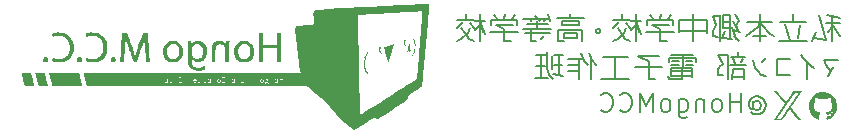
<source format=gbr>
%TF.GenerationSoftware,KiCad,Pcbnew,7.0.8*%
%TF.CreationDate,2024-02-24T16:57:54+09:00*%
%TF.ProjectId,ch552t_tinypad_board,63683535-3274-45f7-9469-6e797061645f,rev?*%
%TF.SameCoordinates,Original*%
%TF.FileFunction,Legend,Bot*%
%TF.FilePolarity,Positive*%
%FSLAX46Y46*%
G04 Gerber Fmt 4.6, Leading zero omitted, Abs format (unit mm)*
G04 Created by KiCad (PCBNEW 7.0.8) date 2024-02-24 16:57:54*
%MOMM*%
%LPD*%
G01*
G04 APERTURE LIST*
%ADD10C,0.150000*%
%ADD11C,0.200000*%
G04 APERTURE END LIST*
D10*
X118820363Y-75503628D02*
X117644173Y-75503628D01*
X118187030Y-74932200D02*
X118187030Y-77027438D01*
X118187030Y-75789342D02*
X117825125Y-76265533D01*
X116829887Y-76265533D02*
X116467982Y-77027438D01*
X117734649Y-74836961D02*
X118820363Y-75027438D01*
X118187030Y-75598866D02*
X118548935Y-76265533D01*
X118548935Y-76265533D02*
X118820363Y-76551247D01*
X117101316Y-74836961D02*
X117644173Y-76932200D01*
X117644173Y-76932200D02*
X116648935Y-76741723D01*
X115925125Y-75408390D02*
X113753696Y-75408390D01*
X116015601Y-77027438D02*
X113663220Y-77027438D01*
X114839411Y-74741723D02*
X114839411Y-75408390D01*
X114206077Y-75598866D02*
X114567982Y-77027438D01*
X115472744Y-75694104D02*
X115291792Y-76741723D01*
X113120363Y-75408390D02*
X110948934Y-75408390D01*
X112577506Y-76551247D02*
X111491792Y-76551247D01*
X112034649Y-74741723D02*
X112034649Y-77027438D01*
X112034649Y-75408390D02*
X112215601Y-75694104D01*
X112215601Y-75694104D02*
X112939411Y-76456009D01*
X112939411Y-76456009D02*
X113210839Y-76551247D01*
X112034649Y-75408390D02*
X111853696Y-75789342D01*
X111853696Y-75789342D02*
X111220363Y-76360771D01*
X111220363Y-76360771D02*
X110858458Y-76551247D01*
X109501315Y-75408390D02*
X108958458Y-75408390D01*
X109501315Y-75884580D02*
X108958458Y-75884580D01*
X109501315Y-74836961D02*
X109501315Y-76836961D01*
X109501315Y-74836961D02*
X108958458Y-74836961D01*
X108958458Y-74836961D02*
X108958458Y-75884580D01*
X108687030Y-74836961D02*
X108687030Y-77027438D01*
X109863220Y-76551247D02*
X110315601Y-77027438D01*
X109953696Y-74741723D02*
X110315601Y-75313152D01*
X110315601Y-75313152D02*
X110044172Y-75694104D01*
X110044172Y-75694104D02*
X110225125Y-76170295D01*
X109772744Y-75313152D02*
X110134649Y-75979819D01*
X109772744Y-76075057D02*
X110044172Y-76836961D01*
X108687030Y-74932200D02*
X108053696Y-74932200D01*
X108053696Y-74932200D02*
X108325125Y-75694104D01*
X108325125Y-75694104D02*
X108053696Y-76170295D01*
X108053696Y-76170295D02*
X108053696Y-76551247D01*
X108053696Y-76551247D02*
X108506077Y-76646485D01*
X109682268Y-75789342D02*
X109953696Y-76646485D01*
X109772744Y-76075057D02*
X110406077Y-76265533D01*
X109139410Y-76170295D02*
X108867982Y-76741723D01*
X108867982Y-76741723D02*
X109682268Y-76836961D01*
X107601315Y-76170295D02*
X105248934Y-76170295D01*
X107601315Y-75217914D02*
X107601315Y-76360771D01*
X106425125Y-74741723D02*
X106425125Y-77027438D01*
X107601315Y-75217914D02*
X105248934Y-75217914D01*
X105248934Y-75217914D02*
X105248934Y-76265533D01*
X104796553Y-76265533D02*
X102444172Y-76265533D01*
X104163220Y-77027438D02*
X103620363Y-77027438D01*
X104706077Y-75217914D02*
X104706077Y-75694104D01*
X103620363Y-76075057D02*
X103620363Y-77027438D01*
X104706077Y-75217914D02*
X102534648Y-75217914D01*
X102534648Y-75217914D02*
X102534648Y-75694104D01*
X104525125Y-74836961D02*
X104253696Y-75122676D01*
X102715601Y-74836961D02*
X103077506Y-75217914D01*
X103710839Y-74741723D02*
X103620363Y-75122676D01*
X104344172Y-75694104D02*
X102896553Y-75694104D01*
X102896553Y-75694104D02*
X103620363Y-75979819D01*
X101087029Y-75217914D02*
X99639410Y-75217914D01*
X101991791Y-75313152D02*
X101177505Y-75313152D01*
X101539410Y-74741723D02*
X101539410Y-77027438D01*
X100363220Y-74741723D02*
X100363220Y-75122676D01*
X101539410Y-75694104D02*
X101177505Y-76075057D01*
X100091791Y-75408390D02*
X99639410Y-75884580D01*
X100725124Y-75503628D02*
X101087029Y-75884580D01*
X100725124Y-75884580D02*
X100544172Y-76360771D01*
X100544172Y-76360771D02*
X100001315Y-76836961D01*
X100001315Y-76836961D02*
X99639410Y-77027438D01*
X101539410Y-75408390D02*
X101991791Y-76456009D01*
X100001315Y-75884580D02*
X100272744Y-76360771D01*
X100272744Y-76360771D02*
X100634648Y-76836961D01*
X100634648Y-76836961D02*
X101087029Y-77027438D01*
X101539410Y-75217914D02*
X101810839Y-76265533D01*
X98463220Y-75979819D02*
X98282267Y-75979819D01*
X98282267Y-75979819D02*
X98191791Y-76075057D01*
X98191791Y-76075057D02*
X98191791Y-76265533D01*
X98191791Y-76265533D02*
X98282267Y-76360771D01*
X98282267Y-76360771D02*
X98463220Y-76360771D01*
X98463220Y-76360771D02*
X98553696Y-76265533D01*
X98553696Y-76265533D02*
X98553696Y-76075057D01*
X98553696Y-76075057D02*
X98463220Y-75979819D01*
X97196553Y-75027438D02*
X94844172Y-75027438D01*
X96744172Y-75694104D02*
X95296553Y-75694104D01*
X95477506Y-77027438D02*
X94934648Y-77027438D01*
X97015601Y-76075057D02*
X97015601Y-77027438D01*
X96744172Y-75313152D02*
X96744172Y-75694104D01*
X96020363Y-74741723D02*
X96020363Y-75027438D01*
X96744172Y-75313152D02*
X95296553Y-75313152D01*
X95296553Y-75313152D02*
X95296553Y-75694104D01*
X97015601Y-76075057D02*
X94934648Y-76075057D01*
X94934648Y-76075057D02*
X94934648Y-77027438D01*
X96563220Y-76360771D02*
X95477506Y-76360771D01*
X95477506Y-76360771D02*
X95477506Y-76741723D01*
X95477506Y-76741723D02*
X96563220Y-76741723D01*
X96563220Y-76741723D02*
X96563220Y-76360771D01*
X94120363Y-75122676D02*
X93306077Y-75122676D01*
X93125124Y-75122676D02*
X92039410Y-75122676D01*
X94120363Y-75598866D02*
X92310839Y-75598866D01*
X94391791Y-75979819D02*
X92039410Y-75979819D01*
X94301315Y-76360771D02*
X92129886Y-76360771D01*
X93125124Y-77027438D02*
X92672744Y-77027438D01*
X93215601Y-75313152D02*
X93215601Y-75979819D01*
X92672744Y-75979819D02*
X92672744Y-77027438D01*
X93758458Y-76551247D02*
X93487029Y-76836961D01*
X92672744Y-75122676D02*
X92672744Y-75313152D01*
X93034648Y-74932200D02*
X93396553Y-75313152D01*
X93939410Y-75122676D02*
X93758458Y-75313152D01*
X94120363Y-74741723D02*
X94301315Y-75313152D01*
X91587029Y-76265533D02*
X89234648Y-76265533D01*
X90953696Y-77027438D02*
X90410839Y-77027438D01*
X91496553Y-75217914D02*
X91496553Y-75694104D01*
X90410839Y-76075057D02*
X90410839Y-77027438D01*
X91496553Y-75217914D02*
X89325124Y-75217914D01*
X89325124Y-75217914D02*
X89325124Y-75694104D01*
X91315601Y-74836961D02*
X91044172Y-75122676D01*
X89506077Y-74836961D02*
X89867982Y-75217914D01*
X90501315Y-74741723D02*
X90410839Y-75122676D01*
X91134648Y-75694104D02*
X89687029Y-75694104D01*
X89687029Y-75694104D02*
X90410839Y-75979819D01*
X87877505Y-75217914D02*
X86429886Y-75217914D01*
X88782267Y-75313152D02*
X87967981Y-75313152D01*
X88329886Y-74741723D02*
X88329886Y-77027438D01*
X87153696Y-74741723D02*
X87153696Y-75122676D01*
X88329886Y-75694104D02*
X87967981Y-76075057D01*
X86882267Y-75408390D02*
X86429886Y-75884580D01*
X87515600Y-75503628D02*
X87877505Y-75884580D01*
X87515600Y-75884580D02*
X87334648Y-76360771D01*
X87334648Y-76360771D02*
X86791791Y-76836961D01*
X86791791Y-76836961D02*
X86429886Y-77027438D01*
X88329886Y-75408390D02*
X88782267Y-76456009D01*
X86791791Y-75884580D02*
X87063220Y-76360771D01*
X87063220Y-76360771D02*
X87425124Y-76836961D01*
X87425124Y-76836961D02*
X87877505Y-77027438D01*
X88329886Y-75217914D02*
X88601315Y-76265533D01*
X118639411Y-78628390D02*
X117463220Y-78628390D01*
X117463220Y-78628390D02*
X117644173Y-79009342D01*
X117644173Y-79009342D02*
X117825125Y-79295057D01*
X117825125Y-79295057D02*
X118006077Y-79485533D01*
X118367982Y-79199819D02*
X118096554Y-79485533D01*
X118096554Y-79485533D02*
X118006077Y-79676009D01*
X118006077Y-79676009D02*
X117825125Y-79961723D01*
X116015601Y-78818866D02*
X116015601Y-80247438D01*
X115563220Y-78152200D02*
X115744173Y-78437914D01*
X115744173Y-78437914D02*
X116015601Y-78818866D01*
X116015601Y-78818866D02*
X116377506Y-79104580D01*
X116377506Y-79104580D02*
X116648935Y-79295057D01*
X114567983Y-78533152D02*
X113482268Y-78533152D01*
X113482268Y-78533152D02*
X113482268Y-79866485D01*
X113482268Y-79866485D02*
X114567983Y-79866485D01*
X112577507Y-78437914D02*
X112215602Y-78818866D01*
X112577507Y-79961723D02*
X112125126Y-79866485D01*
X112125126Y-79866485D02*
X111853697Y-79580771D01*
X111853697Y-79580771D02*
X111672745Y-79295057D01*
X111672745Y-79295057D02*
X111491792Y-78628390D01*
X110767983Y-78342676D02*
X109591792Y-78342676D01*
X110858459Y-79009342D02*
X109501316Y-79009342D01*
X110677507Y-80056961D02*
X109772745Y-80056961D01*
X110677507Y-79390295D02*
X110677507Y-80247438D01*
X110225126Y-77961723D02*
X110225126Y-78342676D01*
X110677507Y-79390295D02*
X109772745Y-79390295D01*
X109772745Y-79390295D02*
X109682269Y-80247438D01*
X109320364Y-78152200D02*
X109320364Y-80247438D01*
X110587031Y-78533152D02*
X110496554Y-78818866D01*
X109772745Y-78437914D02*
X109953697Y-78914104D01*
X109320364Y-78152200D02*
X108506078Y-78152200D01*
X108506078Y-78152200D02*
X108958459Y-78914104D01*
X108958459Y-78914104D02*
X108596554Y-79199819D01*
X108596554Y-79199819D02*
X108506078Y-79485533D01*
X108506078Y-79485533D02*
X108506078Y-79866485D01*
X108506078Y-79866485D02*
X108958459Y-79866485D01*
X106425126Y-78152200D02*
X104525126Y-78152200D01*
X106334650Y-78723628D02*
X105791792Y-78723628D01*
X105248935Y-78723628D02*
X104615602Y-78723628D01*
X106425126Y-79009342D02*
X105791792Y-79009342D01*
X105248935Y-79009342D02*
X104525126Y-79009342D01*
X106334650Y-79580771D02*
X104525126Y-79580771D01*
X106334650Y-79961723D02*
X104525126Y-79961723D01*
X105429888Y-80247438D02*
X104344173Y-80247438D01*
X106606078Y-78437914D02*
X106606078Y-78818866D01*
X106334650Y-79295057D02*
X106334650Y-80056961D01*
X105520364Y-78152200D02*
X105520364Y-79104580D01*
X105429888Y-79295057D02*
X105429888Y-80247438D01*
X106334650Y-79295057D02*
X104525126Y-79295057D01*
X104525126Y-79295057D02*
X104525126Y-79961723D01*
X106606078Y-78437914D02*
X104344173Y-78437914D01*
X104344173Y-78437914D02*
X104344173Y-78818866D01*
X104253697Y-79961723D02*
X104344173Y-80247438D01*
X103801316Y-79199819D02*
X101448935Y-79199819D01*
X103167983Y-80247438D02*
X102625126Y-80247438D01*
X102625126Y-78723628D02*
X102625126Y-80247438D01*
X103529888Y-78247438D02*
X101720364Y-78247438D01*
X101720364Y-78247438D02*
X101991792Y-78437914D01*
X101991792Y-78437914D02*
X102625126Y-78723628D01*
X100906078Y-78342676D02*
X98734649Y-78342676D01*
X100996554Y-80247438D02*
X98644173Y-80247438D01*
X99820364Y-78342676D02*
X99820364Y-80247438D01*
X97106078Y-78533152D02*
X95839411Y-78533152D01*
X96744173Y-79009342D02*
X95839411Y-79009342D01*
X96744173Y-79580771D02*
X95839411Y-79580771D01*
X97739411Y-78437914D02*
X97739411Y-80247438D01*
X96744173Y-78437914D02*
X96744173Y-80247438D01*
X97558459Y-78056961D02*
X97829887Y-78628390D01*
X97829887Y-78628390D02*
X98191792Y-79009342D01*
X96925125Y-78056961D02*
X97196554Y-78723628D01*
X97196554Y-78723628D02*
X97467983Y-79009342D01*
X93939411Y-78152200D02*
X93125125Y-78152200D01*
X95387030Y-78152200D02*
X94663221Y-78152200D01*
X95296554Y-79009342D02*
X94663221Y-79009342D01*
X93848935Y-79104580D02*
X93125125Y-79104580D01*
X94120363Y-80152200D02*
X93034649Y-80152200D01*
X95025125Y-78152200D02*
X95025125Y-79866485D01*
X94482268Y-78247438D02*
X94482268Y-79390295D01*
X93487030Y-78152200D02*
X93487030Y-80152200D01*
X94210840Y-79866485D02*
X94572744Y-80247438D01*
X94572744Y-79771247D02*
X95387030Y-79961723D01*
X94029887Y-77961723D02*
X94029887Y-79295057D01*
X94029887Y-79295057D02*
X94210840Y-79866485D01*
D11*
X111496993Y-82231885D02*
X111573183Y-82155695D01*
X111573183Y-82155695D02*
X111725564Y-82079504D01*
X111725564Y-82079504D02*
X111877945Y-82079504D01*
X111877945Y-82079504D02*
X112030326Y-82155695D01*
X112030326Y-82155695D02*
X112106517Y-82231885D01*
X112106517Y-82231885D02*
X112182707Y-82384266D01*
X112182707Y-82384266D02*
X112182707Y-82536647D01*
X112182707Y-82536647D02*
X112106517Y-82689028D01*
X112106517Y-82689028D02*
X112030326Y-82765219D01*
X112030326Y-82765219D02*
X111877945Y-82841409D01*
X111877945Y-82841409D02*
X111725564Y-82841409D01*
X111725564Y-82841409D02*
X111573183Y-82765219D01*
X111573183Y-82765219D02*
X111496993Y-82689028D01*
X111496993Y-82079504D02*
X111496993Y-82689028D01*
X111496993Y-82689028D02*
X111420802Y-82765219D01*
X111420802Y-82765219D02*
X111344612Y-82765219D01*
X111344612Y-82765219D02*
X111192231Y-82689028D01*
X111192231Y-82689028D02*
X111116041Y-82536647D01*
X111116041Y-82536647D02*
X111116041Y-82155695D01*
X111116041Y-82155695D02*
X111268422Y-81927123D01*
X111268422Y-81927123D02*
X111496993Y-81774742D01*
X111496993Y-81774742D02*
X111801755Y-81698552D01*
X111801755Y-81698552D02*
X112106517Y-81774742D01*
X112106517Y-81774742D02*
X112335088Y-81927123D01*
X112335088Y-81927123D02*
X112487469Y-82155695D01*
X112487469Y-82155695D02*
X112563660Y-82460457D01*
X112563660Y-82460457D02*
X112487469Y-82765219D01*
X112487469Y-82765219D02*
X112335088Y-82993790D01*
X112335088Y-82993790D02*
X112106517Y-83146171D01*
X112106517Y-83146171D02*
X111801755Y-83222361D01*
X111801755Y-83222361D02*
X111496993Y-83146171D01*
X111496993Y-83146171D02*
X111268422Y-82993790D01*
X110430326Y-82993790D02*
X110430326Y-81393790D01*
X110430326Y-82155695D02*
X109516040Y-82155695D01*
X109516040Y-82993790D02*
X109516040Y-81393790D01*
X108525565Y-82993790D02*
X108677946Y-82917600D01*
X108677946Y-82917600D02*
X108754136Y-82841409D01*
X108754136Y-82841409D02*
X108830327Y-82689028D01*
X108830327Y-82689028D02*
X108830327Y-82231885D01*
X108830327Y-82231885D02*
X108754136Y-82079504D01*
X108754136Y-82079504D02*
X108677946Y-82003314D01*
X108677946Y-82003314D02*
X108525565Y-81927123D01*
X108525565Y-81927123D02*
X108296993Y-81927123D01*
X108296993Y-81927123D02*
X108144612Y-82003314D01*
X108144612Y-82003314D02*
X108068422Y-82079504D01*
X108068422Y-82079504D02*
X107992231Y-82231885D01*
X107992231Y-82231885D02*
X107992231Y-82689028D01*
X107992231Y-82689028D02*
X108068422Y-82841409D01*
X108068422Y-82841409D02*
X108144612Y-82917600D01*
X108144612Y-82917600D02*
X108296993Y-82993790D01*
X108296993Y-82993790D02*
X108525565Y-82993790D01*
X107306517Y-81927123D02*
X107306517Y-82993790D01*
X107306517Y-82079504D02*
X107230327Y-82003314D01*
X107230327Y-82003314D02*
X107077946Y-81927123D01*
X107077946Y-81927123D02*
X106849374Y-81927123D01*
X106849374Y-81927123D02*
X106696993Y-82003314D01*
X106696993Y-82003314D02*
X106620803Y-82155695D01*
X106620803Y-82155695D02*
X106620803Y-82993790D01*
X105173184Y-81927123D02*
X105173184Y-83222361D01*
X105173184Y-83222361D02*
X105249374Y-83374742D01*
X105249374Y-83374742D02*
X105325565Y-83450933D01*
X105325565Y-83450933D02*
X105477946Y-83527123D01*
X105477946Y-83527123D02*
X105706517Y-83527123D01*
X105706517Y-83527123D02*
X105858898Y-83450933D01*
X105173184Y-82917600D02*
X105325565Y-82993790D01*
X105325565Y-82993790D02*
X105630327Y-82993790D01*
X105630327Y-82993790D02*
X105782708Y-82917600D01*
X105782708Y-82917600D02*
X105858898Y-82841409D01*
X105858898Y-82841409D02*
X105935089Y-82689028D01*
X105935089Y-82689028D02*
X105935089Y-82231885D01*
X105935089Y-82231885D02*
X105858898Y-82079504D01*
X105858898Y-82079504D02*
X105782708Y-82003314D01*
X105782708Y-82003314D02*
X105630327Y-81927123D01*
X105630327Y-81927123D02*
X105325565Y-81927123D01*
X105325565Y-81927123D02*
X105173184Y-82003314D01*
X104182708Y-82993790D02*
X104335089Y-82917600D01*
X104335089Y-82917600D02*
X104411279Y-82841409D01*
X104411279Y-82841409D02*
X104487470Y-82689028D01*
X104487470Y-82689028D02*
X104487470Y-82231885D01*
X104487470Y-82231885D02*
X104411279Y-82079504D01*
X104411279Y-82079504D02*
X104335089Y-82003314D01*
X104335089Y-82003314D02*
X104182708Y-81927123D01*
X104182708Y-81927123D02*
X103954136Y-81927123D01*
X103954136Y-81927123D02*
X103801755Y-82003314D01*
X103801755Y-82003314D02*
X103725565Y-82079504D01*
X103725565Y-82079504D02*
X103649374Y-82231885D01*
X103649374Y-82231885D02*
X103649374Y-82689028D01*
X103649374Y-82689028D02*
X103725565Y-82841409D01*
X103725565Y-82841409D02*
X103801755Y-82917600D01*
X103801755Y-82917600D02*
X103954136Y-82993790D01*
X103954136Y-82993790D02*
X104182708Y-82993790D01*
X102963660Y-82993790D02*
X102963660Y-81393790D01*
X102963660Y-81393790D02*
X102430327Y-82536647D01*
X102430327Y-82536647D02*
X101896993Y-81393790D01*
X101896993Y-81393790D02*
X101896993Y-82993790D01*
X100220803Y-82841409D02*
X100296994Y-82917600D01*
X100296994Y-82917600D02*
X100525565Y-82993790D01*
X100525565Y-82993790D02*
X100677946Y-82993790D01*
X100677946Y-82993790D02*
X100906518Y-82917600D01*
X100906518Y-82917600D02*
X101058899Y-82765219D01*
X101058899Y-82765219D02*
X101135089Y-82612838D01*
X101135089Y-82612838D02*
X101211280Y-82308076D01*
X101211280Y-82308076D02*
X101211280Y-82079504D01*
X101211280Y-82079504D02*
X101135089Y-81774742D01*
X101135089Y-81774742D02*
X101058899Y-81622361D01*
X101058899Y-81622361D02*
X100906518Y-81469980D01*
X100906518Y-81469980D02*
X100677946Y-81393790D01*
X100677946Y-81393790D02*
X100525565Y-81393790D01*
X100525565Y-81393790D02*
X100296994Y-81469980D01*
X100296994Y-81469980D02*
X100220803Y-81546171D01*
X98620803Y-82841409D02*
X98696994Y-82917600D01*
X98696994Y-82917600D02*
X98925565Y-82993790D01*
X98925565Y-82993790D02*
X99077946Y-82993790D01*
X99077946Y-82993790D02*
X99306518Y-82917600D01*
X99306518Y-82917600D02*
X99458899Y-82765219D01*
X99458899Y-82765219D02*
X99535089Y-82612838D01*
X99535089Y-82612838D02*
X99611280Y-82308076D01*
X99611280Y-82308076D02*
X99611280Y-82079504D01*
X99611280Y-82079504D02*
X99535089Y-81774742D01*
X99535089Y-81774742D02*
X99458899Y-81622361D01*
X99458899Y-81622361D02*
X99306518Y-81469980D01*
X99306518Y-81469980D02*
X99077946Y-81393790D01*
X99077946Y-81393790D02*
X98925565Y-81393790D01*
X98925565Y-81393790D02*
X98696994Y-81469980D01*
X98696994Y-81469980D02*
X98620803Y-81546171D01*
%TO.C,G\u002A\u002A\u002A*%
G36*
X117587521Y-81344105D02*
G01*
X117731011Y-81376051D01*
X117870631Y-81425848D01*
X118004678Y-81493495D01*
X118131448Y-81578992D01*
X118249238Y-81682340D01*
X118312144Y-81750056D01*
X118403390Y-81871307D01*
X118477091Y-82000971D01*
X118533250Y-82137274D01*
X118571864Y-82278445D01*
X118592936Y-82422712D01*
X118596464Y-82568303D01*
X118582448Y-82713447D01*
X118550889Y-82856372D01*
X118501786Y-82995305D01*
X118435141Y-83128475D01*
X118350951Y-83254110D01*
X118249219Y-83370438D01*
X118231814Y-83387575D01*
X118115065Y-83486305D01*
X117984023Y-83570868D01*
X117837572Y-83641999D01*
X117800095Y-83656172D01*
X117758566Y-83665494D01*
X117728399Y-83661448D01*
X117708386Y-83642676D01*
X117697320Y-83607826D01*
X117693992Y-83555540D01*
X117697196Y-83484465D01*
X117704548Y-83386400D01*
X117784083Y-83392502D01*
X117822724Y-83394538D01*
X117902921Y-83390639D01*
X117969031Y-83373555D01*
X118023338Y-83342143D01*
X118068125Y-83295263D01*
X118105676Y-83231773D01*
X118117258Y-83208852D01*
X118157540Y-83145699D01*
X118209788Y-83087689D01*
X118222247Y-83075385D01*
X118249313Y-83047006D01*
X118268106Y-83024879D01*
X118275144Y-83012984D01*
X118267198Y-83002629D01*
X118244944Y-82995734D01*
X118214997Y-82994256D01*
X118184025Y-82999203D01*
X118158984Y-83008329D01*
X118118492Y-83032768D01*
X118078162Y-83070856D01*
X118034445Y-83125592D01*
X118003097Y-83165332D01*
X117969150Y-83198184D01*
X117933695Y-83220381D01*
X117920971Y-83225993D01*
X117860079Y-83241409D01*
X117794061Y-83243208D01*
X117731911Y-83230919D01*
X117707891Y-83220238D01*
X117692851Y-83203389D01*
X117682767Y-83173509D01*
X117681071Y-83167325D01*
X117665730Y-83127447D01*
X117646070Y-83091453D01*
X117620574Y-83053883D01*
X117674377Y-83046667D01*
X117703231Y-83042214D01*
X117807494Y-83015501D01*
X117900781Y-82974330D01*
X117981218Y-82919903D01*
X118046934Y-82853421D01*
X118096055Y-82776087D01*
X118105436Y-82756165D01*
X118128938Y-82695554D01*
X118144227Y-82633352D01*
X118152547Y-82563306D01*
X118155143Y-82479163D01*
X118153495Y-82410145D01*
X118146606Y-82348075D01*
X118132898Y-82295562D01*
X118110822Y-82246869D01*
X118078832Y-82196259D01*
X118074838Y-82190506D01*
X118054444Y-82157656D01*
X118045861Y-82134078D01*
X118047040Y-82114505D01*
X118051010Y-82091630D01*
X118053832Y-82049270D01*
X118054230Y-81998827D01*
X118052343Y-81947370D01*
X118048307Y-81901967D01*
X118042261Y-81869688D01*
X118032055Y-81842706D01*
X118018647Y-81829619D01*
X117995744Y-81824717D01*
X117966301Y-81825437D01*
X117911924Y-81838010D01*
X117847044Y-81863494D01*
X117774346Y-81900963D01*
X117695492Y-81945909D01*
X117628489Y-81929242D01*
X117620214Y-81927346D01*
X117569089Y-81919726D01*
X117504047Y-81914760D01*
X117430687Y-81912444D01*
X117354608Y-81912773D01*
X117281408Y-81915744D01*
X117216686Y-81921351D01*
X117166042Y-81929592D01*
X117148827Y-81933488D01*
X117116819Y-81939776D01*
X117096371Y-81940778D01*
X117081266Y-81936274D01*
X117065288Y-81926046D01*
X117026346Y-81901952D01*
X116973950Y-81875702D01*
X116918093Y-81852379D01*
X116865709Y-81834856D01*
X116823735Y-81826006D01*
X116766214Y-81820069D01*
X116754091Y-81860506D01*
X116748915Y-81880793D01*
X116740427Y-81934276D01*
X116736188Y-81993274D01*
X116736631Y-82049252D01*
X116742193Y-82093680D01*
X116747384Y-82120773D01*
X116746328Y-82141197D01*
X116736927Y-82162510D01*
X116717173Y-82192654D01*
X116705613Y-82210029D01*
X116672846Y-82269912D01*
X116651685Y-82331620D01*
X116640503Y-82401118D01*
X116637677Y-82484372D01*
X116640049Y-82545317D01*
X116655917Y-82656776D01*
X116686843Y-82753932D01*
X116733102Y-82837134D01*
X116794974Y-82906732D01*
X116872734Y-82963075D01*
X116966660Y-83006512D01*
X117077031Y-83037392D01*
X117094181Y-83040992D01*
X117131338Y-83049012D01*
X117157799Y-83055043D01*
X117168706Y-83057992D01*
X117168525Y-83060182D01*
X117160947Y-83074809D01*
X117146071Y-83098100D01*
X117136875Y-83112837D01*
X117123188Y-83142108D01*
X117112941Y-83177280D01*
X117105710Y-83221332D01*
X117101070Y-83277241D01*
X117098597Y-83347988D01*
X117097868Y-83436551D01*
X117097867Y-83437985D01*
X117097733Y-83506384D01*
X117097134Y-83557061D01*
X117095767Y-83593074D01*
X117093330Y-83617481D01*
X117089519Y-83633341D01*
X117084031Y-83643712D01*
X117076565Y-83651652D01*
X117072260Y-83655416D01*
X117057067Y-83664448D01*
X117038280Y-83665135D01*
X117007850Y-83658249D01*
X116953835Y-83640192D01*
X116874244Y-83603778D01*
X116789717Y-83555736D01*
X116704679Y-83498855D01*
X116623553Y-83435930D01*
X116550763Y-83369751D01*
X116486562Y-83300508D01*
X116395658Y-83179216D01*
X116322262Y-83049505D01*
X116266372Y-82913159D01*
X116227988Y-82771967D01*
X116207110Y-82627713D01*
X116203737Y-82482186D01*
X116217870Y-82337170D01*
X116249507Y-82194454D01*
X116298648Y-82055822D01*
X116365293Y-81923061D01*
X116449443Y-81797959D01*
X116551095Y-81682301D01*
X116617878Y-81620293D01*
X116740744Y-81527286D01*
X116871669Y-81452130D01*
X117008947Y-81394824D01*
X117150875Y-81355368D01*
X117295749Y-81333763D01*
X117441866Y-81330009D01*
X117587521Y-81344105D01*
G37*
G36*
X115489391Y-81434983D02*
G01*
X115475870Y-81454660D01*
X115461720Y-81475251D01*
X115446975Y-81496709D01*
X115431666Y-81518988D01*
X115415827Y-81542039D01*
X115399489Y-81565816D01*
X115382685Y-81590271D01*
X115365448Y-81615357D01*
X115347810Y-81641026D01*
X115329804Y-81667231D01*
X115311463Y-81693925D01*
X115292818Y-81721061D01*
X115273903Y-81748590D01*
X115254749Y-81776466D01*
X115235390Y-81804642D01*
X115215858Y-81833069D01*
X115196185Y-81861701D01*
X115176405Y-81890490D01*
X115156549Y-81919390D01*
X115136650Y-81948352D01*
X115116740Y-81977329D01*
X115096853Y-82006274D01*
X115077021Y-82035140D01*
X115057275Y-82063879D01*
X115037650Y-82092443D01*
X115018176Y-82120787D01*
X114998888Y-82148861D01*
X114979817Y-82176620D01*
X114960995Y-82204014D01*
X114942457Y-82230998D01*
X114924233Y-82257524D01*
X114906356Y-82283544D01*
X114888859Y-82309012D01*
X114871775Y-82333879D01*
X114855136Y-82358098D01*
X114838975Y-82381623D01*
X114823324Y-82404405D01*
X114808215Y-82426398D01*
X114793681Y-82447554D01*
X114779755Y-82467825D01*
X114766470Y-82487165D01*
X114753857Y-82505525D01*
X114741949Y-82522860D01*
X114730779Y-82539120D01*
X114720380Y-82554260D01*
X114710783Y-82568231D01*
X114702022Y-82580987D01*
X114694129Y-82592479D01*
X114687136Y-82602661D01*
X114681077Y-82611485D01*
X114675982Y-82618904D01*
X114671886Y-82624871D01*
X114668820Y-82629337D01*
X114666818Y-82632257D01*
X114665911Y-82633582D01*
X114663135Y-82637664D01*
X115130652Y-83181082D01*
X115133151Y-83183987D01*
X115157774Y-83212608D01*
X115182075Y-83240854D01*
X115206019Y-83268686D01*
X115229575Y-83296067D01*
X115252710Y-83322958D01*
X115275391Y-83349322D01*
X115297585Y-83375120D01*
X115319260Y-83400314D01*
X115340383Y-83424867D01*
X115360921Y-83448741D01*
X115380841Y-83471896D01*
X115400112Y-83494296D01*
X115418699Y-83515903D01*
X115436571Y-83536677D01*
X115453694Y-83556582D01*
X115470037Y-83575579D01*
X115485565Y-83593631D01*
X115500248Y-83610698D01*
X115514051Y-83626744D01*
X115526942Y-83641730D01*
X115538889Y-83655618D01*
X115549858Y-83668370D01*
X115559817Y-83679948D01*
X115568734Y-83690314D01*
X115576575Y-83699430D01*
X115583308Y-83707259D01*
X115588900Y-83713761D01*
X115593319Y-83718899D01*
X115596532Y-83722635D01*
X115598505Y-83724931D01*
X115599207Y-83725750D01*
X115599120Y-83725917D01*
X115598313Y-83726104D01*
X115596646Y-83726270D01*
X115594022Y-83726416D01*
X115590347Y-83726542D01*
X115585526Y-83726650D01*
X115579464Y-83726741D01*
X115572066Y-83726816D01*
X115563238Y-83726877D01*
X115552884Y-83726924D01*
X115540910Y-83726959D01*
X115527220Y-83726982D01*
X115511720Y-83726995D01*
X115494315Y-83727000D01*
X115388385Y-83727000D01*
X114978943Y-83251015D01*
X114976345Y-83247995D01*
X114953323Y-83221233D01*
X114930628Y-83194853D01*
X114908295Y-83168896D01*
X114886360Y-83143401D01*
X114864855Y-83118410D01*
X114843818Y-83093964D01*
X114823282Y-83070102D01*
X114803282Y-83046865D01*
X114783854Y-83024293D01*
X114765032Y-83002428D01*
X114746851Y-82981310D01*
X114729346Y-82960978D01*
X114712552Y-82941475D01*
X114696504Y-82922839D01*
X114681237Y-82905113D01*
X114666785Y-82888335D01*
X114653183Y-82872547D01*
X114640467Y-82857790D01*
X114628671Y-82844103D01*
X114617830Y-82831528D01*
X114607979Y-82820104D01*
X114599153Y-82809873D01*
X114591387Y-82800874D01*
X114584716Y-82793149D01*
X114579174Y-82786737D01*
X114574797Y-82781680D01*
X114571619Y-82778018D01*
X114569675Y-82775791D01*
X114569000Y-82775040D01*
X114568499Y-82775732D01*
X114566895Y-82778025D01*
X114564219Y-82781878D01*
X114560504Y-82787246D01*
X114555780Y-82794083D01*
X114550080Y-82802342D01*
X114543434Y-82811978D01*
X114535874Y-82822944D01*
X114527433Y-82835196D01*
X114518141Y-82848687D01*
X114508031Y-82863370D01*
X114497133Y-82879201D01*
X114485480Y-82896133D01*
X114473103Y-82914120D01*
X114460033Y-82933117D01*
X114446303Y-82953077D01*
X114431943Y-82973954D01*
X114416986Y-82995703D01*
X114401463Y-83018278D01*
X114385406Y-83041632D01*
X114368845Y-83065720D01*
X114351814Y-83090496D01*
X114334343Y-83115914D01*
X114316464Y-83141928D01*
X114298209Y-83168492D01*
X114279609Y-83195559D01*
X114260695Y-83223086D01*
X114241500Y-83251024D01*
X113914500Y-83726999D01*
X113557202Y-83726999D01*
X113199904Y-83727000D01*
X113202804Y-83722750D01*
X113203371Y-83721923D01*
X113205057Y-83719468D01*
X113207826Y-83715437D01*
X113211651Y-83709868D01*
X113216508Y-83702798D01*
X113222369Y-83694267D01*
X113229209Y-83684311D01*
X113237001Y-83672969D01*
X113245719Y-83660280D01*
X113255336Y-83646281D01*
X113265828Y-83631010D01*
X113277167Y-83614506D01*
X113289328Y-83596807D01*
X113302283Y-83577950D01*
X113305161Y-83573761D01*
X113490624Y-83573761D01*
X113490922Y-83573928D01*
X113491986Y-83574080D01*
X113493893Y-83574218D01*
X113496721Y-83574342D01*
X113500546Y-83574454D01*
X113505446Y-83574553D01*
X113511498Y-83574641D01*
X113518779Y-83574717D01*
X113527365Y-83574782D01*
X113537335Y-83574838D01*
X113548765Y-83574885D01*
X113561732Y-83574922D01*
X113576314Y-83574952D01*
X113592587Y-83574973D01*
X113610629Y-83574988D01*
X113630517Y-83574997D01*
X113652327Y-83575000D01*
X113814772Y-83575000D01*
X114155759Y-83087250D01*
X114175213Y-83059423D01*
X114196923Y-83028369D01*
X114219639Y-82995876D01*
X114243289Y-82962046D01*
X114267801Y-82926984D01*
X114293103Y-82890791D01*
X114319124Y-82853571D01*
X114345790Y-82815428D01*
X114373030Y-82776463D01*
X114400773Y-82736780D01*
X114428945Y-82696482D01*
X114457475Y-82655672D01*
X114486291Y-82614453D01*
X114515322Y-82572928D01*
X114544494Y-82531200D01*
X114573735Y-82489372D01*
X114602975Y-82447547D01*
X114632141Y-82405828D01*
X114661160Y-82364318D01*
X114689961Y-82323121D01*
X114718472Y-82282338D01*
X114746621Y-82242074D01*
X114774335Y-82202431D01*
X114801544Y-82163512D01*
X114828174Y-82125420D01*
X114854153Y-82088258D01*
X114879410Y-82052130D01*
X114903873Y-82017138D01*
X114924755Y-81987267D01*
X114946041Y-81956816D01*
X114967015Y-81926808D01*
X114987649Y-81897284D01*
X115007914Y-81868286D01*
X115027781Y-81839855D01*
X115047222Y-81812032D01*
X115066208Y-81784857D01*
X115084709Y-81758374D01*
X115102698Y-81732622D01*
X115120145Y-81707643D01*
X115137021Y-81683478D01*
X115153298Y-81660168D01*
X115168947Y-81637755D01*
X115183940Y-81616281D01*
X115198247Y-81595785D01*
X115211839Y-81576309D01*
X115224688Y-81557896D01*
X115236765Y-81540585D01*
X115248042Y-81524418D01*
X115258489Y-81509436D01*
X115268077Y-81495681D01*
X115276779Y-81483194D01*
X115284564Y-81472016D01*
X115291405Y-81462188D01*
X115297273Y-81453752D01*
X115302138Y-81446749D01*
X115305972Y-81441219D01*
X115308746Y-81437205D01*
X115310432Y-81434748D01*
X115311000Y-81433888D01*
X115310905Y-81433854D01*
X115309317Y-81433750D01*
X115305845Y-81433651D01*
X115300574Y-81433556D01*
X115293594Y-81433468D01*
X115284992Y-81433385D01*
X115274855Y-81433309D01*
X115263271Y-81433241D01*
X115250329Y-81433180D01*
X115236114Y-81433127D01*
X115220716Y-81433082D01*
X115204222Y-81433047D01*
X115186718Y-81433021D01*
X115168295Y-81433005D01*
X115149037Y-81432999D01*
X114987074Y-81432999D01*
X114925714Y-81520749D01*
X114918956Y-81530415D01*
X114907050Y-81547442D01*
X114894321Y-81565645D01*
X114880797Y-81584988D01*
X114866502Y-81605434D01*
X114851462Y-81626944D01*
X114835704Y-81649483D01*
X114819252Y-81673013D01*
X114802134Y-81697498D01*
X114784375Y-81722899D01*
X114766001Y-81749181D01*
X114747038Y-81776305D01*
X114727512Y-81804235D01*
X114707448Y-81832935D01*
X114686872Y-81862366D01*
X114665811Y-81892492D01*
X114644291Y-81923276D01*
X114622336Y-81954681D01*
X114599974Y-81986669D01*
X114577229Y-82019204D01*
X114554129Y-82052248D01*
X114530698Y-82085765D01*
X114506963Y-82119718D01*
X114482949Y-82154069D01*
X114458683Y-82188781D01*
X114434191Y-82223818D01*
X114409497Y-82259142D01*
X114384629Y-82294716D01*
X114359612Y-82330503D01*
X114334472Y-82366467D01*
X114309235Y-82402570D01*
X114283926Y-82438774D01*
X114258572Y-82475044D01*
X114233199Y-82511342D01*
X114207832Y-82547631D01*
X114182497Y-82583873D01*
X114157221Y-82620033D01*
X114132029Y-82656072D01*
X114106947Y-82691954D01*
X114082000Y-82727641D01*
X114057216Y-82763097D01*
X114032619Y-82798285D01*
X114008236Y-82833167D01*
X113984093Y-82867707D01*
X113960215Y-82901868D01*
X113936628Y-82935611D01*
X113913358Y-82968901D01*
X113890432Y-83001701D01*
X113867874Y-83033972D01*
X113845712Y-83065679D01*
X113823970Y-83096784D01*
X113802675Y-83127250D01*
X113781852Y-83157040D01*
X113761528Y-83186117D01*
X113741728Y-83214444D01*
X113722479Y-83241984D01*
X113703806Y-83268700D01*
X113685735Y-83294555D01*
X113668292Y-83319511D01*
X113651502Y-83343533D01*
X113635393Y-83366582D01*
X113619989Y-83388621D01*
X113605317Y-83409614D01*
X113591402Y-83429524D01*
X113578270Y-83448313D01*
X113565948Y-83465945D01*
X113554461Y-83482382D01*
X113543835Y-83497587D01*
X113534096Y-83511524D01*
X113525270Y-83524155D01*
X113517382Y-83535443D01*
X113510459Y-83545351D01*
X113504527Y-83553842D01*
X113499611Y-83560880D01*
X113495737Y-83566426D01*
X113492932Y-83570445D01*
X113491221Y-83572898D01*
X113490630Y-83573750D01*
X113490624Y-83573761D01*
X113305161Y-83573761D01*
X113316008Y-83557975D01*
X113330475Y-83536918D01*
X113345659Y-83514818D01*
X113361533Y-83491714D01*
X113378072Y-83467643D01*
X113395249Y-83442644D01*
X113413037Y-83416754D01*
X113431411Y-83390012D01*
X113450345Y-83362455D01*
X113469811Y-83334123D01*
X113489785Y-83305052D01*
X113510240Y-83275282D01*
X113531150Y-83244850D01*
X113552488Y-83213794D01*
X113574228Y-83182153D01*
X113596344Y-83149965D01*
X113618811Y-83117267D01*
X113641601Y-83084098D01*
X113664689Y-83050496D01*
X113688048Y-83016500D01*
X113709154Y-82985782D01*
X113732248Y-82952165D01*
X113755042Y-82918984D01*
X113777508Y-82886275D01*
X113799621Y-82854077D01*
X113821355Y-82822428D01*
X113842684Y-82791365D01*
X113863582Y-82760927D01*
X113884023Y-82731152D01*
X113903980Y-82702076D01*
X113923429Y-82673739D01*
X113942342Y-82646178D01*
X113960694Y-82619431D01*
X113978460Y-82593536D01*
X113995612Y-82568531D01*
X114012125Y-82544454D01*
X114027973Y-82521343D01*
X114043130Y-82499235D01*
X114057570Y-82478168D01*
X114071267Y-82458181D01*
X114084195Y-82439312D01*
X114096328Y-82421598D01*
X114107640Y-82405077D01*
X114118104Y-82389787D01*
X114127696Y-82375766D01*
X114136389Y-82363052D01*
X114144157Y-82351682D01*
X114150973Y-82341696D01*
X114156813Y-82333130D01*
X114161650Y-82326023D01*
X114165457Y-82320412D01*
X114168210Y-82316336D01*
X114169882Y-82313832D01*
X114170447Y-82312939D01*
X114170362Y-82312809D01*
X114169254Y-82311434D01*
X114166887Y-82308596D01*
X114163294Y-82304334D01*
X114158508Y-82298688D01*
X114152563Y-82291696D01*
X114145493Y-82283398D01*
X114137330Y-82273831D01*
X114128108Y-82263036D01*
X114117861Y-82251051D01*
X114106623Y-82237915D01*
X114094425Y-82223667D01*
X114081303Y-82208347D01*
X114067288Y-82191992D01*
X114052416Y-82174642D01*
X114036718Y-82156337D01*
X114020230Y-82137114D01*
X114002983Y-82117013D01*
X113985011Y-82096073D01*
X113966349Y-82074333D01*
X113947028Y-82051832D01*
X113927083Y-82028609D01*
X113906548Y-82004703D01*
X113885455Y-81980152D01*
X113863837Y-81954996D01*
X113841730Y-81929274D01*
X113819165Y-81903024D01*
X113796176Y-81876286D01*
X113772796Y-81849099D01*
X113749060Y-81821501D01*
X113725000Y-81793532D01*
X113716222Y-81783328D01*
X113692276Y-81755492D01*
X113668665Y-81728044D01*
X113645422Y-81701022D01*
X113622580Y-81674466D01*
X113600173Y-81648414D01*
X113578234Y-81622906D01*
X113556797Y-81597979D01*
X113535895Y-81573674D01*
X113515562Y-81550028D01*
X113495832Y-81527081D01*
X113476736Y-81504873D01*
X113458310Y-81483441D01*
X113440586Y-81462824D01*
X113423598Y-81443062D01*
X113407380Y-81424194D01*
X113391964Y-81406257D01*
X113377384Y-81389292D01*
X113363674Y-81373338D01*
X113350868Y-81358432D01*
X113338997Y-81344614D01*
X113328097Y-81331924D01*
X113318201Y-81320399D01*
X113309341Y-81310078D01*
X113301551Y-81301002D01*
X113294866Y-81293208D01*
X113289318Y-81286735D01*
X113284940Y-81281623D01*
X113281766Y-81277910D01*
X113279831Y-81275635D01*
X113279166Y-81274838D01*
X113280017Y-81274730D01*
X113282741Y-81274626D01*
X113287212Y-81274532D01*
X113293299Y-81274448D01*
X113300873Y-81274376D01*
X113309805Y-81274315D01*
X113319966Y-81274268D01*
X113331224Y-81274233D01*
X113343451Y-81274213D01*
X113356518Y-81274208D01*
X113370294Y-81274218D01*
X113384651Y-81274245D01*
X113490471Y-81274500D01*
X113877549Y-81724437D01*
X113884356Y-81732350D01*
X113906679Y-81758296D01*
X113928669Y-81783852D01*
X113950289Y-81808975D01*
X113971503Y-81833625D01*
X113992277Y-81857759D01*
X114012573Y-81881336D01*
X114032355Y-81904314D01*
X114051588Y-81926652D01*
X114070237Y-81948307D01*
X114088264Y-81969238D01*
X114105634Y-81989403D01*
X114122311Y-82008761D01*
X114138259Y-82027269D01*
X114153442Y-82044887D01*
X114167824Y-82061572D01*
X114181369Y-82077283D01*
X114194042Y-82091978D01*
X114205806Y-82105615D01*
X114216626Y-82118153D01*
X114226465Y-82129549D01*
X114235287Y-82139763D01*
X114243057Y-82148753D01*
X114249739Y-82156476D01*
X114255296Y-82162891D01*
X114259693Y-82167957D01*
X114262894Y-82171631D01*
X114264863Y-82173873D01*
X114265564Y-82174639D01*
X114265587Y-82174621D01*
X114266382Y-82173561D01*
X114268272Y-82170907D01*
X114271223Y-82166706D01*
X114275202Y-82161005D01*
X114280179Y-82153851D01*
X114286119Y-82145292D01*
X114292991Y-82135375D01*
X114300761Y-82124146D01*
X114309398Y-82111654D01*
X114318868Y-82097944D01*
X114329140Y-82083066D01*
X114340181Y-82067064D01*
X114351957Y-82049988D01*
X114364438Y-82031884D01*
X114377589Y-82012799D01*
X114391380Y-81992780D01*
X114405776Y-81971875D01*
X114420746Y-81950131D01*
X114436256Y-81927594D01*
X114452276Y-81904313D01*
X114468771Y-81880334D01*
X114485710Y-81855705D01*
X114503059Y-81830472D01*
X114520787Y-81804683D01*
X114538861Y-81778385D01*
X114557248Y-81751626D01*
X114575916Y-81724452D01*
X114885331Y-81274000D01*
X115242735Y-81274000D01*
X115600137Y-81274000D01*
X115594715Y-81281750D01*
X115594479Y-81282090D01*
X115593172Y-81283987D01*
X115590781Y-81287462D01*
X115587339Y-81292467D01*
X115582878Y-81298955D01*
X115577431Y-81306878D01*
X115571030Y-81316190D01*
X115563708Y-81326843D01*
X115555497Y-81338790D01*
X115546430Y-81351983D01*
X115536539Y-81366374D01*
X115525857Y-81381918D01*
X115514417Y-81398565D01*
X115502251Y-81416270D01*
X115490144Y-81433888D01*
X115489391Y-81434983D01*
G37*
G36*
X82245487Y-77872465D02*
G01*
X82258830Y-77898781D01*
X82260339Y-77932322D01*
X82247710Y-77962332D01*
X82233498Y-77974661D01*
X82212087Y-77975098D01*
X82197486Y-77953805D01*
X82194209Y-77914793D01*
X82196797Y-77893746D01*
X82206657Y-77870124D01*
X82226614Y-77863814D01*
X82245487Y-77872465D01*
G37*
G36*
X82658214Y-78173200D02*
G01*
X82669231Y-78201019D01*
X82668315Y-78233627D01*
X82652821Y-78262228D01*
X82651405Y-78263612D01*
X82627938Y-78275235D01*
X82611168Y-78260306D01*
X82602298Y-78219835D01*
X82601626Y-78209783D01*
X82605376Y-78176404D01*
X82622281Y-78160640D01*
X82637908Y-78158967D01*
X82658214Y-78173200D01*
G37*
G36*
X82552015Y-77342929D02*
G01*
X82557307Y-77367969D01*
X82555249Y-77391097D01*
X82547925Y-77411163D01*
X82538944Y-77416106D01*
X82511811Y-77420545D01*
X82500747Y-77418298D01*
X82487752Y-77401292D01*
X82488681Y-77375770D01*
X82501868Y-77351601D01*
X82525645Y-77338652D01*
X82531211Y-77337991D01*
X82552015Y-77342929D01*
G37*
G36*
X70364082Y-80249173D02*
G01*
X70380425Y-80274469D01*
X70383364Y-80312358D01*
X70368121Y-80344711D01*
X70365790Y-80346890D01*
X70333642Y-80360482D01*
X70298477Y-80356338D01*
X70273649Y-80335728D01*
X70265491Y-80301983D01*
X70275584Y-80268355D01*
X70299583Y-80244322D01*
X70331183Y-80235917D01*
X70364082Y-80249173D01*
G37*
G36*
X70349046Y-80541955D02*
G01*
X70386277Y-80555741D01*
X70399113Y-80577705D01*
X70385986Y-80606678D01*
X70385586Y-80607153D01*
X70354402Y-80624740D01*
X70310333Y-80629073D01*
X70264829Y-80620643D01*
X70229336Y-80599942D01*
X70228709Y-80599313D01*
X70207257Y-80570786D01*
X70210177Y-80551633D01*
X70238481Y-80540867D01*
X70293178Y-80537498D01*
X70349046Y-80541955D01*
G37*
G36*
X65498885Y-80256855D02*
G01*
X65518836Y-80282784D01*
X65530928Y-80328057D01*
X65531767Y-80380810D01*
X65521322Y-80431291D01*
X65499563Y-80469749D01*
X65470914Y-80492629D01*
X65444296Y-80502318D01*
X65413806Y-80492560D01*
X65386592Y-80461917D01*
X65368971Y-80417363D01*
X65362624Y-80366076D01*
X65369228Y-80315238D01*
X65390461Y-80272027D01*
X65420284Y-80244029D01*
X65456506Y-80237101D01*
X65498885Y-80256855D01*
G37*
G36*
X64234766Y-80236734D02*
G01*
X64263058Y-80251668D01*
X64290821Y-80275516D01*
X64310080Y-80300664D01*
X64312857Y-80319499D01*
X64303291Y-80324977D01*
X64271721Y-80331080D01*
X64227667Y-80333453D01*
X64216671Y-80333400D01*
X64176163Y-80331053D01*
X64156347Y-80323858D01*
X64151102Y-80309935D01*
X64151121Y-80308705D01*
X64163532Y-80275125D01*
X64191527Y-80246842D01*
X64224282Y-80234949D01*
X64234766Y-80236734D01*
G37*
G36*
X71183408Y-80266611D02*
G01*
X71203328Y-80295926D01*
X71218228Y-80352221D01*
X71212527Y-80411929D01*
X71186091Y-80465240D01*
X71170593Y-80481431D01*
X71133414Y-80498938D01*
X71096272Y-80493444D01*
X71063893Y-80467917D01*
X71041001Y-80425324D01*
X71032321Y-80368633D01*
X71033205Y-80343512D01*
X71042904Y-80302168D01*
X71066861Y-80269490D01*
X71067615Y-80268739D01*
X71108192Y-80240374D01*
X71146085Y-80239683D01*
X71183408Y-80266611D01*
G37*
G36*
X69973214Y-80266611D02*
G01*
X69993134Y-80295926D01*
X70008034Y-80352221D01*
X70002333Y-80411929D01*
X69975898Y-80465240D01*
X69960399Y-80481431D01*
X69923220Y-80498938D01*
X69886078Y-80493444D01*
X69853699Y-80467917D01*
X69830807Y-80425324D01*
X69822127Y-80368633D01*
X69823011Y-80343512D01*
X69832710Y-80302168D01*
X69856667Y-80269490D01*
X69857422Y-80268739D01*
X69897998Y-80240374D01*
X69935892Y-80239683D01*
X69973214Y-80266611D01*
G37*
G36*
X67538754Y-80266611D02*
G01*
X67558674Y-80295926D01*
X67573574Y-80352221D01*
X67567873Y-80411929D01*
X67541438Y-80465240D01*
X67525940Y-80481431D01*
X67488760Y-80498938D01*
X67451618Y-80493444D01*
X67419239Y-80467917D01*
X67396347Y-80425324D01*
X67387667Y-80368633D01*
X67388551Y-80343512D01*
X67398251Y-80302168D01*
X67422207Y-80269490D01*
X67422962Y-80268739D01*
X67463539Y-80240374D01*
X67501432Y-80239683D01*
X67538754Y-80266611D01*
G37*
G36*
X66314488Y-80266611D02*
G01*
X66334408Y-80295926D01*
X66349308Y-80352221D01*
X66343607Y-80411929D01*
X66317172Y-80465240D01*
X66301674Y-80481431D01*
X66264494Y-80498938D01*
X66227352Y-80493444D01*
X66194973Y-80467917D01*
X66172081Y-80425324D01*
X66163401Y-80368633D01*
X66164285Y-80343512D01*
X66173985Y-80302168D01*
X66197941Y-80269490D01*
X66198696Y-80268739D01*
X66239273Y-80240374D01*
X66277166Y-80239683D01*
X66314488Y-80266611D01*
G37*
G36*
X61840159Y-80256855D02*
G01*
X61860110Y-80282784D01*
X61872202Y-80328057D01*
X61873041Y-80380810D01*
X61862597Y-80431291D01*
X61840837Y-80469749D01*
X61837804Y-80472906D01*
X61800919Y-80498279D01*
X61766217Y-80495751D01*
X61731735Y-80465240D01*
X61726259Y-80457524D01*
X61707162Y-80409811D01*
X61701503Y-80354292D01*
X61709335Y-80301781D01*
X61730714Y-80263093D01*
X61755198Y-80244220D01*
X61795429Y-80236878D01*
X61840159Y-80256855D01*
G37*
G36*
X57372083Y-78364266D02*
G01*
X57431373Y-78399459D01*
X57477002Y-78454838D01*
X57482082Y-78464423D01*
X57504359Y-78535755D01*
X57505233Y-78610733D01*
X57486378Y-78682445D01*
X57449470Y-78743982D01*
X57396180Y-78788433D01*
X57333010Y-78810071D01*
X57262308Y-78810480D01*
X57194411Y-78790084D01*
X57136491Y-78751097D01*
X57095717Y-78695731D01*
X57079230Y-78643275D01*
X57073146Y-78573927D01*
X57080467Y-78505961D01*
X57100943Y-78451192D01*
X57118522Y-78426517D01*
X57172352Y-78380384D01*
X57236563Y-78354670D01*
X57305143Y-78349317D01*
X57372083Y-78364266D01*
G37*
G36*
X54529535Y-78364266D02*
G01*
X54588825Y-78399459D01*
X54634453Y-78454838D01*
X54639533Y-78464423D01*
X54661810Y-78535755D01*
X54662684Y-78610733D01*
X54643830Y-78682445D01*
X54606921Y-78743982D01*
X54553632Y-78788433D01*
X54490461Y-78810071D01*
X54419760Y-78810480D01*
X54351863Y-78790084D01*
X54293942Y-78751097D01*
X54253169Y-78695731D01*
X54236682Y-78643275D01*
X54230597Y-78573927D01*
X54237919Y-78505961D01*
X54258394Y-78451192D01*
X54275974Y-78426517D01*
X54329804Y-78380384D01*
X54394014Y-78354670D01*
X54462595Y-78349317D01*
X54529535Y-78364266D01*
G37*
G36*
X51672915Y-78364266D02*
G01*
X51732204Y-78399459D01*
X51777833Y-78454838D01*
X51782913Y-78464423D01*
X51805190Y-78535755D01*
X51806064Y-78610733D01*
X51787209Y-78682445D01*
X51750301Y-78743982D01*
X51697011Y-78788433D01*
X51633841Y-78810071D01*
X51563139Y-78810480D01*
X51495242Y-78790084D01*
X51437322Y-78751097D01*
X51396548Y-78695731D01*
X51380061Y-78643275D01*
X51373977Y-78573927D01*
X51381298Y-78505961D01*
X51401774Y-78451192D01*
X51419353Y-78426517D01*
X51473183Y-78380384D01*
X51537394Y-78354670D01*
X51605974Y-78349317D01*
X51672915Y-78364266D01*
G37*
G36*
X69990991Y-76829520D02*
G01*
X69990991Y-77336113D01*
X70574980Y-77336113D01*
X71158969Y-77336113D01*
X71158969Y-76829520D01*
X71158969Y-76322927D01*
X71320797Y-76322927D01*
X71482625Y-76322927D01*
X71482625Y-77547193D01*
X71482625Y-78771459D01*
X71320797Y-78771459D01*
X71158969Y-78771459D01*
X71158969Y-78201542D01*
X71158969Y-77631625D01*
X70574980Y-77631625D01*
X69990991Y-77631625D01*
X69990991Y-78201542D01*
X69990991Y-78771459D01*
X69822127Y-78771459D01*
X69653262Y-78771459D01*
X69653262Y-77547193D01*
X69653262Y-76322927D01*
X69822127Y-76322927D01*
X69990991Y-76322927D01*
X69990991Y-76829520D01*
G37*
G36*
X51122286Y-79742446D02*
G01*
X51521462Y-79742463D01*
X51646832Y-80259593D01*
X51649931Y-80272377D01*
X51678170Y-80388798D01*
X51704410Y-80496883D01*
X51727881Y-80593464D01*
X51747810Y-80675371D01*
X51763427Y-80739433D01*
X51773960Y-80782482D01*
X51778639Y-80801348D01*
X51779331Y-80805927D01*
X51776640Y-80812147D01*
X51766612Y-80816933D01*
X51746273Y-80820471D01*
X51712653Y-80822947D01*
X51662777Y-80824548D01*
X51593675Y-80825459D01*
X51502374Y-80825867D01*
X51385901Y-80825958D01*
X50986725Y-80825942D01*
X50863226Y-80315847D01*
X50861885Y-80310307D01*
X50833686Y-80193911D01*
X50807355Y-80085360D01*
X50783684Y-79987906D01*
X50763464Y-79904800D01*
X50747485Y-79839294D01*
X50736540Y-79794640D01*
X50731419Y-79774091D01*
X50723110Y-79742428D01*
X51122286Y-79742446D01*
G37*
G36*
X49954308Y-79742446D02*
G01*
X50353484Y-79742463D01*
X50478854Y-80259593D01*
X50481953Y-80272377D01*
X50510192Y-80388798D01*
X50536432Y-80496883D01*
X50559903Y-80593464D01*
X50579832Y-80675371D01*
X50595449Y-80739433D01*
X50605982Y-80782482D01*
X50610661Y-80801348D01*
X50611353Y-80805927D01*
X50608663Y-80812147D01*
X50598634Y-80816933D01*
X50578296Y-80820471D01*
X50544675Y-80822947D01*
X50494799Y-80824548D01*
X50425697Y-80825459D01*
X50334396Y-80825867D01*
X50217923Y-80825958D01*
X49818747Y-80825942D01*
X49695248Y-80315847D01*
X49693907Y-80310307D01*
X49665708Y-80193911D01*
X49639377Y-80085360D01*
X49615706Y-79987906D01*
X49595486Y-79904800D01*
X49579508Y-79839294D01*
X49568562Y-79794640D01*
X49563441Y-79774091D01*
X49555132Y-79742428D01*
X49954308Y-79742446D01*
G37*
G36*
X82050992Y-76902370D02*
G01*
X82062237Y-76916509D01*
X82064786Y-76950478D01*
X82064781Y-76951466D01*
X82056933Y-76997748D01*
X82038624Y-77038428D01*
X82030400Y-77052845D01*
X82015559Y-77096156D01*
X82005950Y-77148067D01*
X82002414Y-77199729D01*
X82005790Y-77242291D01*
X82016920Y-77266903D01*
X82026694Y-77277677D01*
X82036642Y-77303388D01*
X82036665Y-77304067D01*
X82049513Y-77322303D01*
X82078858Y-77338221D01*
X82094327Y-77345561D01*
X82118401Y-77374274D01*
X82119772Y-77411933D01*
X82097313Y-77451620D01*
X82095915Y-77453131D01*
X82066077Y-77471948D01*
X82039755Y-77467712D01*
X82024606Y-77441491D01*
X82013395Y-77411442D01*
X81992783Y-77376156D01*
X81992559Y-77375840D01*
X81973993Y-77343525D01*
X81966282Y-77318073D01*
X81962215Y-77302969D01*
X81943259Y-77278236D01*
X81934489Y-77268420D01*
X81927943Y-77250536D01*
X81925186Y-77220786D01*
X81925788Y-77173780D01*
X81929317Y-77104130D01*
X81933247Y-77044284D01*
X81938365Y-76993308D01*
X81945047Y-76960123D01*
X81954510Y-76939074D01*
X81967971Y-76924506D01*
X81994540Y-76908829D01*
X82031165Y-76899880D01*
X82050992Y-76902370D01*
G37*
G36*
X79971494Y-77482817D02*
G01*
X79980420Y-77503842D01*
X79982127Y-77545575D01*
X79982118Y-77549442D01*
X79979300Y-77592428D01*
X79968702Y-77618451D01*
X79946345Y-77637762D01*
X79939308Y-77642515D01*
X79923642Y-77656862D01*
X79915595Y-77676601D01*
X79913249Y-77709296D01*
X79914683Y-77762510D01*
X79914761Y-77764414D01*
X79917961Y-77817447D01*
X79923553Y-77849418D01*
X79933675Y-77867209D01*
X79950465Y-77877704D01*
X79971619Y-77893455D01*
X79982127Y-77929707D01*
X79990387Y-77962554D01*
X80020825Y-77986280D01*
X80033905Y-77994382D01*
X80058888Y-78027382D01*
X80065816Y-78067567D01*
X80051780Y-78103889D01*
X80045459Y-78110696D01*
X80016052Y-78124796D01*
X79989308Y-78113412D01*
X79971143Y-78078412D01*
X79955455Y-78043389D01*
X79927962Y-78028107D01*
X79903120Y-78015875D01*
X79888117Y-77981273D01*
X79876902Y-77952177D01*
X79846463Y-77926385D01*
X79824527Y-77915562D01*
X79811691Y-77902860D01*
X79810811Y-77886831D01*
X79809437Y-77848131D01*
X79807796Y-77792970D01*
X79806080Y-77727351D01*
X79806005Y-77724278D01*
X79804987Y-77645872D01*
X79807599Y-77590356D01*
X79815708Y-77552695D01*
X79831180Y-77527854D01*
X79855883Y-77510798D01*
X79891684Y-77496492D01*
X79909155Y-77490504D01*
X79949642Y-77479404D01*
X79971494Y-77482817D01*
G37*
G36*
X54440181Y-79795199D02*
G01*
X54440437Y-79796167D01*
X54449828Y-79832560D01*
X54464208Y-79889228D01*
X54482669Y-79962511D01*
X54504300Y-80048752D01*
X54528189Y-80144288D01*
X54553429Y-80245462D01*
X54579107Y-80348613D01*
X54604314Y-80450082D01*
X54628141Y-80546209D01*
X54649676Y-80633335D01*
X54668010Y-80707799D01*
X54682233Y-80765942D01*
X54691434Y-80804105D01*
X54694703Y-80818628D01*
X54694697Y-80818650D01*
X54680404Y-80819729D01*
X54639994Y-80820760D01*
X54575452Y-80821732D01*
X54488766Y-80822632D01*
X54381922Y-80823449D01*
X54256906Y-80824173D01*
X54115703Y-80824791D01*
X53960302Y-80825291D01*
X53792687Y-80825663D01*
X53614845Y-80825894D01*
X53428763Y-80825974D01*
X52162824Y-80825974D01*
X52148892Y-80773204D01*
X52148637Y-80772236D01*
X52139246Y-80735843D01*
X52124865Y-80679175D01*
X52106404Y-80605891D01*
X52084774Y-80519651D01*
X52060884Y-80424114D01*
X52035645Y-80322940D01*
X52009966Y-80219789D01*
X51984759Y-80118320D01*
X51960932Y-80022193D01*
X51939397Y-79935068D01*
X51921063Y-79860604D01*
X51906841Y-79802460D01*
X51897640Y-79764297D01*
X51894370Y-79749775D01*
X51894376Y-79749752D01*
X51908669Y-79748673D01*
X51949080Y-79747642D01*
X52013621Y-79746671D01*
X52100307Y-79745771D01*
X52207151Y-79744953D01*
X52332168Y-79744230D01*
X52473370Y-79743612D01*
X52628771Y-79743112D01*
X52796386Y-79742740D01*
X52974228Y-79742508D01*
X53160310Y-79742428D01*
X54426250Y-79742428D01*
X54440181Y-79795199D01*
G37*
G36*
X82402137Y-77255451D02*
G01*
X82412620Y-77282173D01*
X82419273Y-77335585D01*
X82421509Y-77358574D01*
X82432547Y-77412415D01*
X82449108Y-77445752D01*
X82456766Y-77455363D01*
X82472617Y-77500155D01*
X82463657Y-77548501D01*
X82430658Y-77594166D01*
X82417869Y-77606895D01*
X82392963Y-77642088D01*
X82393950Y-77668307D01*
X82420696Y-77686801D01*
X82441835Y-77699342D01*
X82473816Y-77731169D01*
X82501872Y-77771163D01*
X82520159Y-77810531D01*
X82522833Y-77840479D01*
X82512154Y-77862930D01*
X82487852Y-77886083D01*
X82461124Y-77893074D01*
X82439536Y-77882785D01*
X82430658Y-77854099D01*
X82427396Y-77838537D01*
X82413068Y-77832096D01*
X82405709Y-77840054D01*
X82396509Y-77873112D01*
X82391212Y-77927715D01*
X82387522Y-77971318D01*
X82380418Y-78012758D01*
X82371899Y-78035656D01*
X82345251Y-78052116D01*
X82316176Y-78048735D01*
X82297171Y-78026263D01*
X82295855Y-78020279D01*
X82296474Y-77985216D01*
X82305154Y-77942941D01*
X82305940Y-77940306D01*
X82314474Y-77902848D01*
X82310422Y-77876983D01*
X82291833Y-77848954D01*
X82267650Y-77806008D01*
X82265437Y-77761349D01*
X82289938Y-77723093D01*
X82308274Y-77700724D01*
X82318082Y-77673841D01*
X82311247Y-77652161D01*
X82289938Y-77624589D01*
X82271854Y-77600865D01*
X82261794Y-77567843D01*
X82257946Y-77546699D01*
X82240686Y-77519049D01*
X82227601Y-77500426D01*
X82220304Y-77467032D01*
X82224282Y-77434745D01*
X82239657Y-77415851D01*
X82248912Y-77413905D01*
X82273581Y-77426963D01*
X82294797Y-77467449D01*
X82301387Y-77481954D01*
X82315146Y-77491392D01*
X82328257Y-77476556D01*
X82339142Y-77439995D01*
X82346226Y-77384259D01*
X82352485Y-77321420D01*
X82361699Y-77279838D01*
X82375225Y-77258011D01*
X82394618Y-77251681D01*
X82402137Y-77255451D01*
G37*
G36*
X66355413Y-76984602D02*
G01*
X66443477Y-77002250D01*
X66552369Y-77040990D01*
X66649351Y-77099318D01*
X66742096Y-77181136D01*
X66838858Y-77279640D01*
X66838858Y-77190023D01*
X66839706Y-77147492D01*
X66842900Y-77094507D01*
X66847653Y-77056431D01*
X66856448Y-77012456D01*
X67004286Y-77012456D01*
X67152125Y-77012456D01*
X67143402Y-77065226D01*
X67142056Y-77083241D01*
X67140536Y-77128349D01*
X67139128Y-77196680D01*
X67137858Y-77285561D01*
X67136753Y-77392322D01*
X67135841Y-77514290D01*
X67135147Y-77648795D01*
X67134700Y-77793165D01*
X67134525Y-77944728D01*
X67134370Y-78771459D01*
X66966213Y-78771459D01*
X66798056Y-78771459D01*
X66793831Y-78176916D01*
X66789606Y-77582373D01*
X66749917Y-77507007D01*
X66715247Y-77450149D01*
X66642120Y-77366945D01*
X66555272Y-77304520D01*
X66458438Y-77265293D01*
X66355352Y-77251681D01*
X66325765Y-77252581D01*
X66225124Y-77271415D01*
X66139018Y-77314227D01*
X66068335Y-77380448D01*
X66013965Y-77469511D01*
X66013722Y-77470044D01*
X65998869Y-77508161D01*
X65986489Y-77553378D01*
X65976387Y-77608322D01*
X65968364Y-77675624D01*
X65962225Y-77757911D01*
X65957772Y-77857813D01*
X65954809Y-77977957D01*
X65953139Y-78120974D01*
X65952564Y-78289492D01*
X65952321Y-78771459D01*
X65790492Y-78771459D01*
X65628664Y-78771459D01*
X65628664Y-78186877D01*
X65628845Y-78044734D01*
X65629664Y-77903704D01*
X65631396Y-77785398D01*
X65634314Y-77686907D01*
X65638689Y-77605322D01*
X65644792Y-77537735D01*
X65652895Y-77481237D01*
X65663270Y-77432920D01*
X65676188Y-77389876D01*
X65691922Y-77349195D01*
X65710741Y-77307969D01*
X65728270Y-77275857D01*
X65780428Y-77203431D01*
X65845500Y-77133761D01*
X65915725Y-77074649D01*
X65983342Y-77033899D01*
X66086326Y-76997209D01*
X66218056Y-76977173D01*
X66355413Y-76984602D01*
G37*
G36*
X82759597Y-76834930D02*
G01*
X82768387Y-76854909D01*
X82771501Y-76871734D01*
X82789709Y-76900058D01*
X82804427Y-76914599D01*
X82834840Y-76960343D01*
X82858876Y-77016761D01*
X82874061Y-77075444D01*
X82877920Y-77127984D01*
X82867978Y-77165972D01*
X82860496Y-77187392D01*
X82869189Y-77212899D01*
X82896541Y-77223537D01*
X82913789Y-77228307D01*
X82922949Y-77247806D01*
X82910646Y-77273492D01*
X82907681Y-77282308D01*
X82903023Y-77315885D01*
X82898589Y-77369270D01*
X82894767Y-77437417D01*
X82891948Y-77515278D01*
X82889610Y-77591850D01*
X82886555Y-77658654D01*
X82882612Y-77705630D01*
X82877220Y-77737253D01*
X82869823Y-77757998D01*
X82859861Y-77772339D01*
X82853270Y-77780790D01*
X82838194Y-77819697D01*
X82832825Y-77879470D01*
X82832293Y-77900721D01*
X82827830Y-77940638D01*
X82815973Y-77966606D01*
X82793013Y-77988810D01*
X82765979Y-78019022D01*
X82754315Y-78053206D01*
X82749664Y-78078398D01*
X82731026Y-78112484D01*
X82713683Y-78127776D01*
X82684837Y-78137753D01*
X82663846Y-78125762D01*
X82661146Y-78100313D01*
X82673141Y-78065833D01*
X82694570Y-78034383D01*
X82719647Y-78017220D01*
X82734856Y-78012551D01*
X82745227Y-78000298D01*
X82736773Y-77974393D01*
X82728159Y-77937649D01*
X82737667Y-77893781D01*
X82738754Y-77890739D01*
X82749780Y-77854621D01*
X82754315Y-77829807D01*
X82754318Y-77829514D01*
X82762197Y-77805873D01*
X82780671Y-77774518D01*
X82789947Y-77758643D01*
X82808565Y-77706601D01*
X82822712Y-77638641D01*
X82832154Y-77560961D01*
X82836660Y-77479760D01*
X82835995Y-77401238D01*
X82829926Y-77331593D01*
X82818220Y-77277024D01*
X82800643Y-77243731D01*
X82800533Y-77243621D01*
X82788003Y-77223243D01*
X82783904Y-77191200D01*
X82787221Y-77139620D01*
X82790540Y-77089796D01*
X82786857Y-77058205D01*
X82775059Y-77040298D01*
X82764545Y-77027824D01*
X82754315Y-76996091D01*
X82754133Y-76992930D01*
X82743990Y-76962115D01*
X82723093Y-76926871D01*
X82712281Y-76911271D01*
X82700658Y-76883296D01*
X82707011Y-76860598D01*
X82715206Y-76849742D01*
X82738990Y-76833474D01*
X82759597Y-76834930D01*
G37*
G36*
X69248458Y-77906030D02*
G01*
X69239261Y-78066545D01*
X69212448Y-78208741D01*
X69166629Y-78335634D01*
X69100408Y-78451080D01*
X69012394Y-78558935D01*
X68954133Y-78614253D01*
X68845825Y-78692987D01*
X68727636Y-78753982D01*
X68607873Y-78792443D01*
X68502673Y-78808910D01*
X68353311Y-78811241D01*
X68207559Y-78790060D01*
X68068805Y-78746822D01*
X67940439Y-78682978D01*
X67825849Y-78599983D01*
X67728425Y-78499290D01*
X67651555Y-78382352D01*
X67644926Y-78369579D01*
X67594521Y-78256470D01*
X67561122Y-78143867D01*
X67542704Y-78022955D01*
X67537519Y-77891958D01*
X67876421Y-77891958D01*
X67884067Y-78010111D01*
X67911914Y-78143766D01*
X67958774Y-78263622D01*
X68023214Y-78366927D01*
X68103806Y-78450928D01*
X68199118Y-78512873D01*
X68275041Y-78541270D01*
X68369735Y-78555168D01*
X68474039Y-78551288D01*
X68567521Y-78525648D01*
X68652693Y-78476044D01*
X68734436Y-78400406D01*
X68764661Y-78365217D01*
X68829853Y-78266999D01*
X68874659Y-78158146D01*
X68900500Y-78034514D01*
X68908798Y-77891958D01*
X68908676Y-77875151D01*
X68895236Y-77722716D01*
X68859727Y-77586589D01*
X68802386Y-77467445D01*
X68723452Y-77365958D01*
X68688950Y-77333388D01*
X68602925Y-77275726D01*
X68505726Y-77242109D01*
X68393520Y-77230969D01*
X68391136Y-77230962D01*
X68329438Y-77232329D01*
X68282905Y-77238678D01*
X68239043Y-77252799D01*
X68185353Y-77277486D01*
X68113233Y-77321652D01*
X68030548Y-77400008D01*
X67964379Y-77498493D01*
X67915872Y-77614831D01*
X67886171Y-77746745D01*
X67876421Y-77891958D01*
X67537519Y-77891958D01*
X67537240Y-77884922D01*
X67537919Y-77832885D01*
X67544871Y-77720889D01*
X67560761Y-77623754D01*
X67587370Y-77532577D01*
X67626477Y-77438455D01*
X67674282Y-77349473D01*
X67761737Y-77233227D01*
X67868654Y-77137023D01*
X67995535Y-77060438D01*
X68142884Y-77003048D01*
X68150897Y-77000711D01*
X68241059Y-76983821D01*
X68346781Y-76977321D01*
X68458560Y-76980948D01*
X68566897Y-76994437D01*
X68662288Y-77017523D01*
X68772144Y-77061730D01*
X68900342Y-77139070D01*
X69011579Y-77237444D01*
X69104068Y-77354881D01*
X69176019Y-77489407D01*
X69225646Y-77639050D01*
X69232462Y-77671376D01*
X69244867Y-77775920D01*
X69248070Y-77891958D01*
X69248458Y-77906030D01*
G37*
G36*
X63225633Y-77906030D02*
G01*
X63216436Y-78066545D01*
X63189623Y-78208741D01*
X63143803Y-78335634D01*
X63077583Y-78451080D01*
X62989568Y-78558935D01*
X62931308Y-78614253D01*
X62822999Y-78692987D01*
X62704811Y-78753982D01*
X62585047Y-78792443D01*
X62479847Y-78808910D01*
X62330486Y-78811241D01*
X62184734Y-78790060D01*
X62045980Y-78746822D01*
X61917614Y-78682978D01*
X61803024Y-78599983D01*
X61705599Y-78499290D01*
X61628729Y-78382352D01*
X61622101Y-78369579D01*
X61571695Y-78256470D01*
X61538296Y-78143867D01*
X61519878Y-78022955D01*
X61514693Y-77891958D01*
X61853595Y-77891958D01*
X61861241Y-78010111D01*
X61889089Y-78143766D01*
X61935948Y-78263622D01*
X62000389Y-78366927D01*
X62080981Y-78450928D01*
X62176293Y-78512873D01*
X62252216Y-78541270D01*
X62346910Y-78555168D01*
X62451213Y-78551288D01*
X62544695Y-78525648D01*
X62629867Y-78476044D01*
X62711611Y-78400406D01*
X62741835Y-78365217D01*
X62807027Y-78266999D01*
X62851833Y-78158146D01*
X62877674Y-78034514D01*
X62885972Y-77891958D01*
X62885851Y-77875151D01*
X62872410Y-77722716D01*
X62836901Y-77586589D01*
X62779561Y-77467445D01*
X62700626Y-77365958D01*
X62666124Y-77333388D01*
X62580100Y-77275726D01*
X62482901Y-77242109D01*
X62370695Y-77230969D01*
X62368311Y-77230962D01*
X62306612Y-77232329D01*
X62260080Y-77238678D01*
X62216217Y-77252799D01*
X62162527Y-77277486D01*
X62090407Y-77321652D01*
X62007722Y-77400008D01*
X61941554Y-77498493D01*
X61893047Y-77614831D01*
X61863346Y-77746745D01*
X61853595Y-77891958D01*
X61514693Y-77891958D01*
X61514415Y-77884922D01*
X61515094Y-77832885D01*
X61522046Y-77720889D01*
X61537936Y-77623754D01*
X61564545Y-77532577D01*
X61603651Y-77438455D01*
X61651456Y-77349473D01*
X61738911Y-77233227D01*
X61845828Y-77137023D01*
X61972710Y-77060438D01*
X62120058Y-77003048D01*
X62128071Y-77000711D01*
X62218234Y-76983821D01*
X62323955Y-76977321D01*
X62435735Y-76980948D01*
X62544071Y-76994437D01*
X62639463Y-77017523D01*
X62749318Y-77061730D01*
X62877517Y-77139070D01*
X62988754Y-77237444D01*
X63081242Y-77354881D01*
X63153193Y-77489407D01*
X63202820Y-77639050D01*
X63209637Y-77671376D01*
X63222042Y-77775920D01*
X63225245Y-77891958D01*
X63225633Y-77906030D01*
G37*
G36*
X55646928Y-76288335D02*
G01*
X55830418Y-76312315D01*
X56003106Y-76356621D01*
X56160151Y-76420741D01*
X56204087Y-76443788D01*
X56355849Y-76542509D01*
X56487205Y-76660418D01*
X56597737Y-76796930D01*
X56687025Y-76951464D01*
X56754651Y-77123435D01*
X56800197Y-77312261D01*
X56807035Y-77359342D01*
X56815762Y-77473885D01*
X56816923Y-77600332D01*
X56810853Y-77728845D01*
X56797887Y-77849586D01*
X56778362Y-77952719D01*
X56744624Y-78065555D01*
X56673509Y-78227959D01*
X56580915Y-78373129D01*
X56468152Y-78499883D01*
X56336528Y-78607038D01*
X56187351Y-78693413D01*
X56021930Y-78757826D01*
X55841573Y-78799093D01*
X55831696Y-78800512D01*
X55760233Y-78806371D01*
X55669870Y-78808448D01*
X55568229Y-78807055D01*
X55462930Y-78802501D01*
X55361594Y-78795098D01*
X55271843Y-78785157D01*
X55201296Y-78772987D01*
X55137109Y-78757419D01*
X55063122Y-78735957D01*
X55008037Y-78715408D01*
X54974821Y-78696925D01*
X54966441Y-78681662D01*
X54967757Y-78677509D01*
X54974868Y-78649598D01*
X54985418Y-78604185D01*
X54997644Y-78548775D01*
X55006348Y-78509347D01*
X55017073Y-78467898D01*
X55026639Y-78446018D01*
X55037544Y-78438799D01*
X55052284Y-78441330D01*
X55080620Y-78450580D01*
X55180269Y-78480734D01*
X55266281Y-78501503D01*
X55348309Y-78514524D01*
X55436006Y-78521433D01*
X55539024Y-78523867D01*
X55574537Y-78524025D01*
X55651494Y-78523377D01*
X55710216Y-78520607D01*
X55757866Y-78514985D01*
X55801609Y-78505779D01*
X55848609Y-78492258D01*
X55944128Y-78457642D01*
X56082615Y-78386136D01*
X56200136Y-78295906D01*
X56296606Y-78187079D01*
X56371940Y-78059779D01*
X56426055Y-77914132D01*
X56458865Y-77750265D01*
X56470287Y-77568301D01*
X56465316Y-77434464D01*
X56440024Y-77261389D01*
X56393618Y-77105952D01*
X56326406Y-76968631D01*
X56238695Y-76849908D01*
X56130793Y-76750259D01*
X56003007Y-76670166D01*
X55855645Y-76610106D01*
X55754766Y-76584710D01*
X55605647Y-76566225D01*
X55450973Y-76566123D01*
X55299705Y-76584270D01*
X55160805Y-76620533D01*
X55125579Y-76632783D01*
X55084427Y-76646971D01*
X55059577Y-76655383D01*
X55047368Y-76653408D01*
X55034438Y-76635965D01*
X55019186Y-76598977D01*
X54999593Y-76538508D01*
X54991003Y-76510052D01*
X54976011Y-76458616D01*
X54965690Y-76420729D01*
X54961893Y-76403050D01*
X54974649Y-76389018D01*
X55009281Y-76371223D01*
X55060069Y-76351949D01*
X55121290Y-76333366D01*
X55187224Y-76317640D01*
X55266903Y-76303405D01*
X55457476Y-76285194D01*
X55646928Y-76288335D01*
G37*
G36*
X52804380Y-76288335D02*
G01*
X52987870Y-76312315D01*
X53160558Y-76356621D01*
X53317602Y-76420741D01*
X53361538Y-76443788D01*
X53513301Y-76542509D01*
X53644657Y-76660418D01*
X53755188Y-76796930D01*
X53844476Y-76951464D01*
X53912102Y-77123435D01*
X53957648Y-77312261D01*
X53964486Y-77359342D01*
X53973213Y-77473885D01*
X53974374Y-77600332D01*
X53968304Y-77728845D01*
X53955339Y-77849586D01*
X53935813Y-77952719D01*
X53902076Y-78065555D01*
X53830960Y-78227959D01*
X53738367Y-78373129D01*
X53625603Y-78499883D01*
X53493979Y-78607038D01*
X53344802Y-78693413D01*
X53179381Y-78757826D01*
X52999024Y-78799093D01*
X52989148Y-78800512D01*
X52917684Y-78806371D01*
X52827321Y-78808448D01*
X52725680Y-78807055D01*
X52620381Y-78802501D01*
X52519046Y-78795098D01*
X52429294Y-78785157D01*
X52358747Y-78772987D01*
X52294561Y-78757419D01*
X52220574Y-78735957D01*
X52165489Y-78715408D01*
X52132273Y-78696925D01*
X52123893Y-78681662D01*
X52125208Y-78677509D01*
X52132320Y-78649598D01*
X52142870Y-78604185D01*
X52155096Y-78548775D01*
X52163799Y-78509347D01*
X52174524Y-78467898D01*
X52184091Y-78446018D01*
X52194996Y-78438799D01*
X52209735Y-78441330D01*
X52238071Y-78450580D01*
X52337721Y-78480734D01*
X52423733Y-78501503D01*
X52505761Y-78514524D01*
X52593457Y-78521433D01*
X52696476Y-78523867D01*
X52731989Y-78524025D01*
X52808946Y-78523377D01*
X52867667Y-78520607D01*
X52915318Y-78514985D01*
X52959060Y-78505779D01*
X53006060Y-78492258D01*
X53101580Y-78457642D01*
X53240067Y-78386136D01*
X53357587Y-78295906D01*
X53454057Y-78187079D01*
X53529392Y-78059779D01*
X53583506Y-77914132D01*
X53616317Y-77750265D01*
X53627738Y-77568301D01*
X53622768Y-77434464D01*
X53597475Y-77261389D01*
X53551069Y-77105952D01*
X53483857Y-76968631D01*
X53396147Y-76849908D01*
X53288245Y-76750259D01*
X53160459Y-76670166D01*
X53013096Y-76610106D01*
X52912218Y-76584710D01*
X52763099Y-76566225D01*
X52608424Y-76566123D01*
X52457156Y-76584270D01*
X52318257Y-76620533D01*
X52283030Y-76632783D01*
X52241879Y-76646971D01*
X52217028Y-76655383D01*
X52204819Y-76653408D01*
X52191890Y-76635965D01*
X52176638Y-76598977D01*
X52157044Y-76538508D01*
X52148455Y-76510052D01*
X52133462Y-76458616D01*
X52123141Y-76420729D01*
X52119345Y-76403050D01*
X52132100Y-76389018D01*
X52166733Y-76371223D01*
X52217520Y-76351949D01*
X52278741Y-76333366D01*
X52344675Y-76317640D01*
X52424354Y-76303405D01*
X52614928Y-76285194D01*
X52804380Y-76288335D01*
G37*
G36*
X78845585Y-77966275D02*
G01*
X78862270Y-77976217D01*
X78868542Y-77997171D01*
X78867615Y-78037562D01*
X78866287Y-78055248D01*
X78860287Y-78087589D01*
X78846069Y-78104473D01*
X78817667Y-78115171D01*
X78801319Y-78120231D01*
X78781462Y-78131872D01*
X78773432Y-78153392D01*
X78771933Y-78193909D01*
X78769595Y-78233654D01*
X78757402Y-78267917D01*
X78729717Y-78300046D01*
X78712108Y-78317889D01*
X78698381Y-78337953D01*
X78691020Y-78363526D01*
X78688051Y-78402152D01*
X78687501Y-78461374D01*
X78687126Y-78515657D01*
X78684621Y-78555561D01*
X78677974Y-78581373D01*
X78665172Y-78600474D01*
X78644203Y-78620248D01*
X78600905Y-78658242D01*
X78609356Y-78774656D01*
X78613335Y-78833163D01*
X78618246Y-78911318D01*
X78623353Y-78997326D01*
X78628028Y-79080898D01*
X78629587Y-79109732D01*
X78633601Y-79177509D01*
X78637649Y-79223678D01*
X78642869Y-79253087D01*
X78650400Y-79270583D01*
X78661379Y-79281014D01*
X78676947Y-79289228D01*
X78697811Y-79301284D01*
X78709711Y-79317764D01*
X78714740Y-79346294D01*
X78715860Y-79394914D01*
X78715910Y-79405076D01*
X78718053Y-79457670D01*
X78725431Y-79490869D01*
X78740941Y-79512211D01*
X78767479Y-79529236D01*
X78787796Y-79547496D01*
X78802660Y-79584113D01*
X78812543Y-79613813D01*
X78838775Y-79627313D01*
X78840312Y-79627541D01*
X78859641Y-79634796D01*
X78868386Y-79653921D01*
X78870437Y-79692982D01*
X78870115Y-79705789D01*
X78864296Y-79743241D01*
X78852847Y-79761253D01*
X78822538Y-79769434D01*
X78794324Y-79760894D01*
X78778966Y-79728343D01*
X78766775Y-79698400D01*
X78736460Y-79677774D01*
X78713535Y-79665653D01*
X78694435Y-79629392D01*
X78682988Y-79601642D01*
X78654909Y-79584975D01*
X78645469Y-79583048D01*
X78633695Y-79575218D01*
X78626665Y-79556738D01*
X78622691Y-79521778D01*
X78620089Y-79464506D01*
X78618179Y-79416996D01*
X78614970Y-79378526D01*
X78609130Y-79358034D01*
X78598818Y-79349877D01*
X78582189Y-79348412D01*
X78558802Y-79346263D01*
X78540509Y-79337708D01*
X78526815Y-79319643D01*
X78517070Y-79288964D01*
X78510623Y-79242566D01*
X78506823Y-79177345D01*
X78505021Y-79090197D01*
X78504564Y-78978018D01*
X78504564Y-78670174D01*
X78546780Y-78630739D01*
X78565741Y-78611087D01*
X78584257Y-78577077D01*
X78588996Y-78531106D01*
X78588837Y-78522556D01*
X78583036Y-78469478D01*
X78571480Y-78422467D01*
X78571268Y-78421881D01*
X78562518Y-78393612D01*
X78564207Y-78373473D01*
X78580034Y-78352712D01*
X78613696Y-78322580D01*
X78622539Y-78314861D01*
X78654530Y-78282495D01*
X78669634Y-78253994D01*
X78673429Y-78219754D01*
X78673435Y-78218335D01*
X78682558Y-78170530D01*
X78705828Y-78136873D01*
X78738620Y-78124146D01*
X78750062Y-78120030D01*
X78754319Y-78101483D01*
X78750276Y-78062070D01*
X78749066Y-78053751D01*
X78746402Y-78016978D01*
X78753824Y-77995280D01*
X78774356Y-77978118D01*
X78801711Y-77966144D01*
X78839787Y-77964621D01*
X78845585Y-77966275D01*
G37*
G36*
X81057109Y-77302456D02*
G01*
X81064279Y-77321348D01*
X81065672Y-77352796D01*
X81059503Y-77401876D01*
X81035246Y-77444082D01*
X81033007Y-77446540D01*
X81015340Y-77474936D01*
X81003818Y-77516493D01*
X80996281Y-77578673D01*
X80995407Y-77588839D01*
X80988153Y-77651057D01*
X80978675Y-77690084D01*
X80965394Y-77710293D01*
X80946735Y-77716057D01*
X80946428Y-77716059D01*
X80929380Y-77723044D01*
X80918438Y-77746246D01*
X80912603Y-77789582D01*
X80910880Y-77856970D01*
X80910853Y-77871270D01*
X80909414Y-77917752D01*
X80903758Y-77946381D01*
X80891102Y-77965493D01*
X80868664Y-77983426D01*
X80857400Y-77991688D01*
X80840135Y-78008348D01*
X80830876Y-78029564D01*
X80827141Y-78063198D01*
X80826448Y-78117110D01*
X80826349Y-78144828D01*
X80824571Y-78188473D01*
X80818613Y-78215443D01*
X80805994Y-78233596D01*
X80784232Y-78250794D01*
X80770368Y-78261074D01*
X80754482Y-78277442D01*
X80746009Y-78299153D01*
X80742627Y-78333806D01*
X80742016Y-78389000D01*
X80741898Y-78417862D01*
X80740002Y-78463445D01*
X80733925Y-78492985D01*
X80721310Y-78514746D01*
X80699800Y-78536991D01*
X80680450Y-78556848D01*
X80665516Y-78581390D01*
X80659009Y-78613843D01*
X80657584Y-78664297D01*
X80655972Y-78704009D01*
X80649902Y-78745830D01*
X80640697Y-78768645D01*
X80617097Y-78782748D01*
X80587339Y-78782291D01*
X80567621Y-78763272D01*
X80564517Y-78749978D01*
X80560608Y-78712352D01*
X80559080Y-78665263D01*
X80559069Y-78660750D01*
X80556595Y-78615377D01*
X80548047Y-78589290D01*
X80530935Y-78574451D01*
X80520816Y-78567679D01*
X80509515Y-78550396D01*
X80504150Y-78519640D01*
X80502791Y-78468114D01*
X80501840Y-78418249D01*
X80497318Y-78388641D01*
X80486737Y-78372023D01*
X80467611Y-78360810D01*
X80464793Y-78359505D01*
X80447151Y-78348380D01*
X80437425Y-78331213D01*
X80433293Y-78300641D01*
X80432431Y-78249303D01*
X80432406Y-78235033D01*
X80431092Y-78189401D01*
X80425914Y-78162598D01*
X80414314Y-78147086D01*
X80393733Y-78135330D01*
X80387026Y-78132019D01*
X80369301Y-78119813D01*
X80359133Y-78101378D01*
X80353888Y-78069410D01*
X80350934Y-78016603D01*
X80349986Y-77996959D01*
X80344778Y-77945373D01*
X80335144Y-77912588D01*
X80319272Y-77891430D01*
X80311901Y-77883868D01*
X80299515Y-77861112D01*
X80293370Y-77825784D01*
X80291711Y-77770164D01*
X80289901Y-77721522D01*
X80284899Y-77686830D01*
X80277639Y-77673841D01*
X80267068Y-77671938D01*
X80240377Y-77652014D01*
X80221396Y-77619188D01*
X80217512Y-77584441D01*
X80222221Y-77564603D01*
X80231097Y-77546466D01*
X80247491Y-77531371D01*
X80275372Y-77517388D01*
X80318707Y-77502587D01*
X80381464Y-77485038D01*
X80467611Y-77462813D01*
X80491790Y-77456445D01*
X80536134Y-77443685D01*
X80566116Y-77433638D01*
X80568502Y-77432715D01*
X80598480Y-77422680D01*
X80645260Y-77408360D01*
X80699800Y-77392534D01*
X80761832Y-77374483D01*
X80840620Y-77350607D01*
X80911303Y-77328308D01*
X80956067Y-77313990D01*
X81007490Y-77299489D01*
X81039675Y-77295407D01*
X81057109Y-77302456D01*
G37*
G36*
X65249512Y-77993097D02*
G01*
X65227314Y-78150215D01*
X65184114Y-78290507D01*
X65119251Y-78415873D01*
X65032065Y-78528217D01*
X64969448Y-78590537D01*
X64868521Y-78667932D01*
X64761516Y-78720756D01*
X64643599Y-78751168D01*
X64509938Y-78761325D01*
X64474566Y-78760929D01*
X64340222Y-78746625D01*
X64221957Y-78711006D01*
X64116600Y-78652837D01*
X64020978Y-78570883D01*
X63954093Y-78502215D01*
X63954093Y-78647952D01*
X63955472Y-78712793D01*
X63968630Y-78839257D01*
X63996589Y-78945820D01*
X64040423Y-79035877D01*
X64101207Y-79112824D01*
X64181673Y-79177251D01*
X64282236Y-79225448D01*
X64396639Y-79254483D01*
X64521187Y-79264082D01*
X64652184Y-79253971D01*
X64785935Y-79223876D01*
X64918745Y-79173521D01*
X64935064Y-79166128D01*
X64981002Y-79147056D01*
X65014251Y-79135881D01*
X65028508Y-79134824D01*
X65036979Y-79155272D01*
X65050159Y-79192960D01*
X65065702Y-79240467D01*
X65081329Y-79290500D01*
X65094762Y-79335762D01*
X65103723Y-79368957D01*
X65105934Y-79382792D01*
X65097434Y-79387871D01*
X65069564Y-79402690D01*
X65030002Y-79422874D01*
X64985675Y-79443332D01*
X64859085Y-79486808D01*
X64720471Y-79515695D01*
X64554576Y-79529941D01*
X64394544Y-79524033D01*
X64244358Y-79498750D01*
X64106506Y-79455094D01*
X63983472Y-79394062D01*
X63877742Y-79316655D01*
X63791803Y-79223871D01*
X63728139Y-79116711D01*
X63723894Y-79107270D01*
X63703509Y-79058933D01*
X63685855Y-79010261D01*
X63670738Y-78958936D01*
X63657962Y-78902641D01*
X63647330Y-78839059D01*
X63638647Y-78765873D01*
X63631717Y-78680766D01*
X63626344Y-78581420D01*
X63622332Y-78465518D01*
X63619484Y-78330744D01*
X63617606Y-78174780D01*
X63616502Y-77995309D01*
X63616394Y-77953479D01*
X63955077Y-77953479D01*
X63956371Y-78023146D01*
X63959985Y-78077478D01*
X63966234Y-78121969D01*
X63975430Y-78162114D01*
X63978640Y-78173428D01*
X64022441Y-78276132D01*
X64087031Y-78364694D01*
X64168739Y-78435030D01*
X64263897Y-78483060D01*
X64298984Y-78492255D01*
X64368657Y-78500770D01*
X64445871Y-78502024D01*
X64519047Y-78496027D01*
X64576603Y-78482789D01*
X64606451Y-78470506D01*
X64699810Y-78413150D01*
X64780290Y-78333612D01*
X64844879Y-78235355D01*
X64890564Y-78121843D01*
X64903851Y-78065356D01*
X64916579Y-77953325D01*
X64916232Y-77833378D01*
X64903087Y-77716181D01*
X64877418Y-77612399D01*
X64864053Y-77575352D01*
X64816464Y-77473476D01*
X64758909Y-77392860D01*
X64688194Y-77328719D01*
X64673499Y-77318240D01*
X64583789Y-77268630D01*
X64490327Y-77243546D01*
X64384992Y-77240628D01*
X64336357Y-77245863D01*
X64228017Y-77275410D01*
X64135152Y-77328386D01*
X64058397Y-77404358D01*
X63998392Y-77502895D01*
X63988102Y-77525576D01*
X63977231Y-77554070D01*
X63969504Y-77584313D01*
X63964237Y-77621585D01*
X63960752Y-77671163D01*
X63958367Y-77738326D01*
X63956399Y-77828354D01*
X63955791Y-77862984D01*
X63955077Y-77953479D01*
X63616394Y-77953479D01*
X63615974Y-77790013D01*
X63614905Y-77019492D01*
X63754502Y-77015502D01*
X63894099Y-77011513D01*
X63902988Y-77055959D01*
X63905905Y-77074796D01*
X63910191Y-77123763D01*
X63911877Y-77176846D01*
X63911877Y-77253285D01*
X63990797Y-77168042D01*
X64025465Y-77133219D01*
X64120970Y-77061238D01*
X64229687Y-77011945D01*
X64355506Y-76983372D01*
X64379386Y-76980411D01*
X64523665Y-76978226D01*
X64662046Y-77003142D01*
X64792722Y-77054479D01*
X64913885Y-77131562D01*
X65023727Y-77233713D01*
X65069792Y-77289044D01*
X65150349Y-77417004D01*
X65207584Y-77559695D01*
X65241731Y-77717789D01*
X65253024Y-77891958D01*
X65250893Y-77953325D01*
X65249512Y-77993097D01*
G37*
G36*
X60070937Y-76323115D02*
G01*
X60143541Y-76324628D01*
X60192519Y-76327867D01*
X60220823Y-76333080D01*
X60231407Y-76340517D01*
X60232371Y-76347054D01*
X60235392Y-76379013D01*
X60239946Y-76434907D01*
X60245868Y-76512262D01*
X60252988Y-76608598D01*
X60261141Y-76721441D01*
X60270159Y-76848313D01*
X60279873Y-76986738D01*
X60290117Y-77134238D01*
X60300722Y-77288338D01*
X60311523Y-77446561D01*
X60322351Y-77606429D01*
X60333038Y-77765467D01*
X60343418Y-77921197D01*
X60353322Y-78071143D01*
X60362584Y-78212828D01*
X60371036Y-78343776D01*
X60378510Y-78461510D01*
X60384839Y-78563553D01*
X60389856Y-78647429D01*
X60393392Y-78710660D01*
X60395282Y-78750771D01*
X60395356Y-78765284D01*
X60384559Y-78767340D01*
X60350506Y-78769472D01*
X60299219Y-78770923D01*
X60236734Y-78771459D01*
X60198060Y-78771409D01*
X60143957Y-78770647D01*
X60110457Y-78768165D01*
X60092632Y-78762957D01*
X60085552Y-78754015D01*
X60084287Y-78740334D01*
X60084202Y-78736764D01*
X60082840Y-78708071D01*
X60079966Y-78655483D01*
X60075766Y-78582189D01*
X60070427Y-78491382D01*
X60064136Y-78386253D01*
X60057080Y-78269992D01*
X60049447Y-78145792D01*
X60047311Y-78111214D01*
X60033615Y-77886976D01*
X60021820Y-77689013D01*
X60011844Y-77515752D01*
X60003608Y-77365622D01*
X59997030Y-77237051D01*
X59992029Y-77128467D01*
X59988525Y-77038298D01*
X59986436Y-76964972D01*
X59985682Y-76906916D01*
X59985554Y-76881665D01*
X59983808Y-76807189D01*
X59979787Y-76760188D01*
X59973134Y-76740183D01*
X59963491Y-76746697D01*
X59950503Y-76779251D01*
X59933810Y-76837365D01*
X59932611Y-76841904D01*
X59903332Y-76949196D01*
X59869854Y-77065275D01*
X59831376Y-77192654D01*
X59787099Y-77333847D01*
X59736222Y-77491368D01*
X59677945Y-77667730D01*
X59611468Y-77865448D01*
X59535990Y-78087034D01*
X59528387Y-78109241D01*
X59484383Y-78237919D01*
X59443423Y-78357926D01*
X59406379Y-78466697D01*
X59374119Y-78561668D01*
X59347515Y-78640275D01*
X59327434Y-78699954D01*
X59314748Y-78738140D01*
X59310326Y-78752270D01*
X59306514Y-78753634D01*
X59281068Y-78755251D01*
X59236986Y-78755539D01*
X59180462Y-78754397D01*
X59050599Y-78750351D01*
X58842348Y-78180434D01*
X58794046Y-78047408D01*
X58738304Y-77892219D01*
X58680960Y-77731069D01*
X58624296Y-77570427D01*
X58570594Y-77416762D01*
X58522133Y-77276541D01*
X58481195Y-77156233D01*
X58328291Y-76701949D01*
X58319082Y-76924045D01*
X58318969Y-76926770D01*
X58315978Y-76994846D01*
X58311789Y-77084990D01*
X58306586Y-77193618D01*
X58300552Y-77317146D01*
X58293870Y-77451990D01*
X58286723Y-77594565D01*
X58279294Y-77741287D01*
X58271766Y-77888572D01*
X58264323Y-78032836D01*
X58257148Y-78170495D01*
X58250423Y-78297964D01*
X58244333Y-78411658D01*
X58239059Y-78507995D01*
X58234786Y-78583389D01*
X58231696Y-78634257D01*
X58222757Y-78771459D01*
X58062940Y-78771459D01*
X57903124Y-78771459D01*
X57903979Y-78718689D01*
X57904309Y-78710132D01*
X57906214Y-78673869D01*
X57909687Y-78612893D01*
X57914596Y-78529392D01*
X57920808Y-78425552D01*
X57928191Y-78303563D01*
X57936611Y-78165612D01*
X57945936Y-78013886D01*
X57956034Y-77850574D01*
X57966771Y-77677863D01*
X57978015Y-77497941D01*
X58051197Y-76329963D01*
X58260227Y-76329963D01*
X58469256Y-76329963D01*
X58700043Y-76956168D01*
X58714837Y-76996357D01*
X58800302Y-77230493D01*
X58877207Y-77444723D01*
X58945199Y-77638022D01*
X59003928Y-77809369D01*
X59053042Y-77957740D01*
X59092190Y-78082113D01*
X59121020Y-78181465D01*
X59134310Y-78227113D01*
X59146911Y-78264542D01*
X59155352Y-78282996D01*
X59158616Y-78282055D01*
X59168772Y-78262185D01*
X59182426Y-78223179D01*
X59197560Y-78170420D01*
X59219032Y-78091343D01*
X59250338Y-77983127D01*
X59287373Y-77862087D01*
X59330868Y-77725985D01*
X59381553Y-77572580D01*
X59440161Y-77399632D01*
X59507422Y-77204900D01*
X59584068Y-76986145D01*
X59622667Y-76876655D01*
X59664809Y-76757235D01*
X59703457Y-76647836D01*
X59737638Y-76551212D01*
X59766375Y-76470117D01*
X59788694Y-76407306D01*
X59803619Y-76365533D01*
X59810174Y-76347553D01*
X59814817Y-76339751D01*
X59826555Y-76332336D01*
X59848834Y-76327456D01*
X59886053Y-76324600D01*
X59942612Y-76323260D01*
X60022910Y-76322927D01*
X60070937Y-76323115D01*
G37*
G36*
X84024338Y-74536180D02*
G01*
X84011067Y-74710014D01*
X83994440Y-74909217D01*
X83974407Y-75134641D01*
X83950919Y-75387138D01*
X83950362Y-75393055D01*
X83944525Y-75458781D01*
X83937621Y-75541473D01*
X83930466Y-75631149D01*
X83923877Y-75717830D01*
X83922160Y-75740748D01*
X83915990Y-75818012D01*
X83909861Y-75887946D01*
X83904401Y-75943635D01*
X83900239Y-75978163D01*
X83899838Y-75980816D01*
X83895383Y-76014338D01*
X83890244Y-76060388D01*
X83884183Y-76121555D01*
X83876962Y-76200429D01*
X83868344Y-76299600D01*
X83858091Y-76421656D01*
X83845965Y-76569187D01*
X83839985Y-76641307D01*
X83831476Y-76740688D01*
X83823006Y-76836402D01*
X83815300Y-76920321D01*
X83809078Y-76984312D01*
X83805030Y-77024197D01*
X83797958Y-77094819D01*
X83791783Y-77157587D01*
X83787502Y-77202428D01*
X83786509Y-77213106D01*
X83782025Y-77260539D01*
X83775747Y-77326297D01*
X83768365Y-77403149D01*
X83760572Y-77483869D01*
X83758399Y-77506319D01*
X83747949Y-77614614D01*
X83739443Y-77703537D01*
X83732198Y-77780391D01*
X83725531Y-77852479D01*
X83718758Y-77927105D01*
X83711196Y-78011570D01*
X83708291Y-78044072D01*
X83701319Y-78121711D01*
X83693023Y-78213761D01*
X83684202Y-78311344D01*
X83675657Y-78405586D01*
X83671069Y-78456239D01*
X83662437Y-78552185D01*
X83654066Y-78645970D01*
X83646724Y-78728971D01*
X83641179Y-78792567D01*
X83637471Y-78834839D01*
X83629606Y-78921733D01*
X83619759Y-79028171D01*
X83608418Y-79148955D01*
X83596074Y-79278890D01*
X83583214Y-79412777D01*
X83570329Y-79545420D01*
X83566452Y-79585429D01*
X83556843Y-79686809D01*
X83546291Y-79800566D01*
X83535402Y-79919967D01*
X83524784Y-80038281D01*
X83515041Y-80148776D01*
X83506782Y-80244720D01*
X83500612Y-80319381D01*
X83492525Y-80416013D01*
X83480638Y-80536112D01*
X83467786Y-80633758D01*
X83452941Y-80712329D01*
X83435079Y-80775201D01*
X83413173Y-80825750D01*
X83386199Y-80867352D01*
X83353130Y-80903385D01*
X83312942Y-80937224D01*
X83311327Y-80938464D01*
X83257690Y-80979468D01*
X83215023Y-81011301D01*
X83176355Y-81038777D01*
X83134717Y-81066708D01*
X83083137Y-81099907D01*
X83014647Y-81143186D01*
X83004623Y-81149515D01*
X82947584Y-81186187D01*
X82900570Y-81217496D01*
X82868218Y-81240296D01*
X82855164Y-81251440D01*
X82853579Y-81254038D01*
X82835164Y-81262207D01*
X82822411Y-81265837D01*
X82797608Y-81282341D01*
X82775159Y-81299638D01*
X82740212Y-81321350D01*
X82737408Y-81322883D01*
X82707390Y-81340735D01*
X82666134Y-81366723D01*
X82620661Y-81396236D01*
X82577993Y-81424668D01*
X82545153Y-81447410D01*
X82529163Y-81459853D01*
X82526080Y-81462665D01*
X82504993Y-81478761D01*
X82472875Y-81501492D01*
X82462329Y-81508832D01*
X82395307Y-81559729D01*
X82338853Y-81609799D01*
X82297572Y-81654635D01*
X82276071Y-81689829D01*
X82273357Y-81698757D01*
X82265113Y-81743852D01*
X82261794Y-81793399D01*
X82261444Y-81805459D01*
X82254220Y-81857237D01*
X82240594Y-81900691D01*
X82237363Y-81907324D01*
X82230956Y-81918486D01*
X82221896Y-81930181D01*
X82208102Y-81943911D01*
X82187496Y-81961181D01*
X82157998Y-81983492D01*
X82117527Y-82012347D01*
X82064005Y-82049251D01*
X81995351Y-82095704D01*
X81909487Y-82153211D01*
X81804331Y-82223274D01*
X81677805Y-82307396D01*
X81615782Y-82348656D01*
X81536243Y-82401685D01*
X81465150Y-82449213D01*
X81406258Y-82488727D01*
X81363316Y-82517711D01*
X81340077Y-82533654D01*
X81336045Y-82536451D01*
X81309538Y-82554463D01*
X81262444Y-82586237D01*
X81196841Y-82630378D01*
X81114808Y-82685490D01*
X81018424Y-82750178D01*
X80909765Y-82823048D01*
X80790912Y-82902704D01*
X80663943Y-82987751D01*
X80530935Y-83076793D01*
X80417168Y-83152919D01*
X80280292Y-83244409D01*
X80163636Y-83322159D01*
X80065378Y-83387288D01*
X79983696Y-83440913D01*
X79916766Y-83484154D01*
X79862765Y-83518129D01*
X79819870Y-83543955D01*
X79786259Y-83562752D01*
X79760108Y-83575637D01*
X79739595Y-83583729D01*
X79722896Y-83588146D01*
X79708189Y-83590007D01*
X79693650Y-83590429D01*
X79683046Y-83590309D01*
X79635170Y-83584464D01*
X79583094Y-83567843D01*
X79517473Y-83537647D01*
X79516353Y-83537084D01*
X79464893Y-83511655D01*
X79431121Y-83497469D01*
X79407713Y-83493152D01*
X79387341Y-83497332D01*
X79362681Y-83508636D01*
X79344252Y-83518508D01*
X79300739Y-83544042D01*
X79246302Y-83577660D01*
X79188568Y-83614714D01*
X79147902Y-83641093D01*
X79102523Y-83669828D01*
X79070232Y-83689422D01*
X79056212Y-83696667D01*
X79054095Y-83697248D01*
X79035022Y-83708529D01*
X79005449Y-83729657D01*
X78998309Y-83735002D01*
X78967448Y-83756656D01*
X78947602Y-83768356D01*
X78946758Y-83768750D01*
X78928193Y-83779922D01*
X78890553Y-83803902D01*
X78837654Y-83838218D01*
X78773311Y-83880395D01*
X78701342Y-83927962D01*
X78631072Y-83974391D01*
X78538928Y-84034704D01*
X78451922Y-84091045D01*
X78373104Y-84141481D01*
X78305524Y-84184077D01*
X78252231Y-84216898D01*
X78216278Y-84238009D01*
X78200713Y-84245476D01*
X78198993Y-84246016D01*
X78179625Y-84256629D01*
X78144444Y-84278022D01*
X78099540Y-84306520D01*
X78036020Y-84347280D01*
X77942496Y-84405959D01*
X77869597Y-84449644D01*
X77815867Y-84479193D01*
X77779855Y-84495467D01*
X77744532Y-84506390D01*
X77710384Y-84510320D01*
X77676053Y-84503912D01*
X77636152Y-84485278D01*
X77585295Y-84452531D01*
X77518095Y-84403786D01*
X77516879Y-84402881D01*
X77421022Y-84330076D01*
X77314395Y-84246576D01*
X77203709Y-84157822D01*
X77095677Y-84069257D01*
X76997012Y-83986321D01*
X76914426Y-83914455D01*
X76913288Y-83913440D01*
X76775090Y-83786114D01*
X76627647Y-83643188D01*
X76476194Y-83490155D01*
X76325965Y-83332506D01*
X76182193Y-83175733D01*
X76050113Y-83025327D01*
X75934959Y-82886780D01*
X75899422Y-82842533D01*
X75853442Y-82785550D01*
X75815853Y-82739516D01*
X75781032Y-82697626D01*
X75743355Y-82653072D01*
X75697196Y-82599049D01*
X75672371Y-82569950D01*
X75635445Y-82526312D01*
X75607016Y-82492314D01*
X75573672Y-82452700D01*
X75492861Y-82361811D01*
X75410495Y-82275418D01*
X75332543Y-82199658D01*
X75264974Y-82140668D01*
X75248349Y-82127248D01*
X75194034Y-82082822D01*
X75143479Y-82040709D01*
X75105825Y-82008502D01*
X75086345Y-81991653D01*
X75035337Y-81948919D01*
X74986551Y-81909520D01*
X74984359Y-81907791D01*
X74941152Y-81872345D01*
X74888813Y-81827623D01*
X74838177Y-81782872D01*
X74803426Y-81751770D01*
X74750005Y-81704382D01*
X74685351Y-81647320D01*
X74614668Y-81585176D01*
X74543158Y-81522539D01*
X74477498Y-81465098D01*
X74406294Y-81402708D01*
X74340577Y-81345031D01*
X74285586Y-81296664D01*
X74246560Y-81262207D01*
X74228680Y-81246418D01*
X74171760Y-81196620D01*
X74108203Y-81141510D01*
X74048721Y-81090390D01*
X74018352Y-81064373D01*
X73969399Y-81022142D01*
X73928715Y-80986690D01*
X73902888Y-80963742D01*
X73884263Y-80947287D01*
X73844822Y-80913854D01*
X73802016Y-80878744D01*
X73736448Y-80825974D01*
X64406090Y-80825974D01*
X55075732Y-80825974D01*
X55061801Y-80773204D01*
X55061540Y-80772216D01*
X55052150Y-80735826D01*
X55037770Y-80679161D01*
X55019310Y-80605880D01*
X54997680Y-80519642D01*
X54973791Y-80424108D01*
X54958097Y-80361196D01*
X61645957Y-80361196D01*
X61651252Y-80422941D01*
X61667608Y-80478687D01*
X61695360Y-80521242D01*
X61711181Y-80531852D01*
X61753281Y-80542788D01*
X61801870Y-80542408D01*
X61844215Y-80529967D01*
X61862820Y-80522587D01*
X61871434Y-80529967D01*
X61876715Y-80538436D01*
X61899578Y-80544534D01*
X61907617Y-80543915D01*
X61915775Y-80539114D01*
X61921365Y-80526115D01*
X61924872Y-80500927D01*
X61926778Y-80459562D01*
X61927567Y-80398031D01*
X61927620Y-80368633D01*
X62068442Y-80368633D01*
X62068586Y-80428283D01*
X62069569Y-80482325D01*
X62072129Y-80516399D01*
X62076998Y-80535077D01*
X62084907Y-80542932D01*
X62096586Y-80544534D01*
X62112966Y-80540693D01*
X62124730Y-80522628D01*
X62125523Y-80511893D01*
X62133418Y-80508588D01*
X62156006Y-80522628D01*
X62158421Y-80524223D01*
X62195506Y-80538620D01*
X62239640Y-80544534D01*
X62259847Y-80543652D01*
X62292009Y-80535007D01*
X62311342Y-80516390D01*
X62504675Y-80516390D01*
X62504976Y-80522899D01*
X62511785Y-80536763D01*
X62532833Y-80543052D01*
X62575035Y-80544534D01*
X62645395Y-80544534D01*
X62645395Y-80505199D01*
X62872959Y-80505199D01*
X62890827Y-80524373D01*
X62903402Y-80531167D01*
X62946880Y-80541170D01*
X63001221Y-80543155D01*
X63055181Y-80537181D01*
X63097512Y-80523307D01*
X63100888Y-80521370D01*
X63137103Y-80484626D01*
X63162569Y-80429105D01*
X63176962Y-80361633D01*
X63179956Y-80289035D01*
X63171226Y-80218138D01*
X63167066Y-80205654D01*
X63686725Y-80205654D01*
X63689590Y-80228059D01*
X63708442Y-80249295D01*
X63747355Y-80252007D01*
X63759712Y-80251031D01*
X63796269Y-80257902D01*
X63831384Y-80284942D01*
X63835359Y-80289035D01*
X63839656Y-80293459D01*
X63855903Y-80314696D01*
X63864933Y-80339783D01*
X63868826Y-80376812D01*
X63869661Y-80433876D01*
X63870281Y-80481219D01*
X63873349Y-80519742D01*
X63879859Y-80539173D01*
X63890769Y-80544534D01*
X63890956Y-80544533D01*
X63899842Y-80540220D01*
X63905869Y-80524707D01*
X63909546Y-80493760D01*
X63911379Y-80443146D01*
X63911877Y-80368633D01*
X63911877Y-80367080D01*
X63911821Y-80359097D01*
X64083065Y-80359097D01*
X64087730Y-80368509D01*
X64088167Y-80368633D01*
X64105137Y-80373448D01*
X64140420Y-80375354D01*
X64198713Y-80375669D01*
X64215175Y-80375743D01*
X64275840Y-80378507D01*
X64310628Y-80386686D01*
X64321267Y-80402209D01*
X64309488Y-80427003D01*
X64277020Y-80462997D01*
X64272560Y-80467420D01*
X64242875Y-80492135D01*
X64214375Y-80500602D01*
X64172812Y-80497546D01*
X64149871Y-80495017D01*
X64117901Y-80496662D01*
X64104070Y-80508641D01*
X64103222Y-80519537D01*
X64117961Y-80536333D01*
X64127868Y-80538851D01*
X64163218Y-80542926D01*
X64208319Y-80544534D01*
X64245763Y-80542695D01*
X64284818Y-80531485D01*
X64318336Y-80507210D01*
X64502902Y-80507210D01*
X64505744Y-80518167D01*
X64525161Y-80535992D01*
X64528586Y-80537123D01*
X64560283Y-80542392D01*
X64601759Y-80544534D01*
X64639147Y-80540702D01*
X64668947Y-80524828D01*
X64687578Y-80492944D01*
X64697185Y-80441139D01*
X64699798Y-80368633D01*
X64910991Y-80368633D01*
X64911134Y-80428283D01*
X64912118Y-80482325D01*
X64914678Y-80516399D01*
X64919547Y-80535077D01*
X64927455Y-80542932D01*
X64939135Y-80544534D01*
X64955514Y-80540693D01*
X64967279Y-80522628D01*
X64968072Y-80511893D01*
X64975966Y-80508588D01*
X64998554Y-80522628D01*
X65000969Y-80524223D01*
X65038055Y-80538620D01*
X65082188Y-80544534D01*
X65102396Y-80543652D01*
X65134558Y-80535007D01*
X65156429Y-80513945D01*
X65169816Y-80476576D01*
X65176525Y-80419010D01*
X65177824Y-80361196D01*
X65304683Y-80361196D01*
X65309978Y-80422941D01*
X65326334Y-80478687D01*
X65354086Y-80521242D01*
X65369906Y-80531852D01*
X65412007Y-80542788D01*
X65460595Y-80542408D01*
X65502941Y-80529967D01*
X65516238Y-80524187D01*
X65525532Y-80528161D01*
X65529393Y-80549381D01*
X65530160Y-80593291D01*
X65530474Y-80621183D01*
X65533605Y-80653395D01*
X65542080Y-80667844D01*
X65558304Y-80671182D01*
X65567265Y-80670333D01*
X65575053Y-80664934D01*
X65580388Y-80651043D01*
X65583733Y-80624731D01*
X65585550Y-80582066D01*
X65585944Y-80548977D01*
X70145999Y-80548977D01*
X70147739Y-80567824D01*
X70170199Y-80614065D01*
X70215862Y-80649928D01*
X70228992Y-80655870D01*
X70282123Y-80668999D01*
X70339695Y-80671014D01*
X70391474Y-80662249D01*
X70427224Y-80643038D01*
X70448124Y-80613709D01*
X70453331Y-80575904D01*
X70433663Y-80544039D01*
X70421714Y-80529983D01*
X70426627Y-80511357D01*
X70439459Y-80484634D01*
X70437866Y-80447674D01*
X70420446Y-80418100D01*
X70412352Y-80410686D01*
X70408718Y-80399909D01*
X70582016Y-80399909D01*
X70582023Y-80413576D01*
X70582568Y-80474127D01*
X70584676Y-80512471D01*
X70589325Y-80533635D01*
X70597493Y-80542647D01*
X70610160Y-80544534D01*
X70621460Y-80543240D01*
X70630596Y-80535195D01*
X70635663Y-80515025D01*
X70637840Y-80477393D01*
X70638304Y-80416960D01*
X70638585Y-80391497D01*
X70641318Y-80333856D01*
X70646336Y-80288026D01*
X70652871Y-80262168D01*
X70676566Y-80239319D01*
X70712109Y-80239314D01*
X70756018Y-80264115D01*
X70771706Y-80277664D01*
X70783509Y-80294584D01*
X70789922Y-80319228D01*
X70792574Y-80358400D01*
X70793096Y-80418907D01*
X70793355Y-80467415D01*
X70795087Y-80509220D01*
X70799508Y-80532424D01*
X70807825Y-80542402D01*
X70821240Y-80544534D01*
X70830784Y-80543639D01*
X70839431Y-80537492D01*
X70844883Y-80521490D01*
X70847871Y-80491060D01*
X70849128Y-80441632D01*
X70849384Y-80368633D01*
X70976032Y-80368633D01*
X70976251Y-80379566D01*
X70986866Y-80444335D01*
X71011076Y-80497022D01*
X71045613Y-80530045D01*
X71065191Y-80538066D01*
X71120287Y-80545042D01*
X71177062Y-80536214D01*
X71222256Y-80512872D01*
X71227448Y-80508112D01*
X71259869Y-80459110D01*
X71275558Y-80397405D01*
X71274517Y-80331830D01*
X71268804Y-80312345D01*
X71398193Y-80312345D01*
X71398262Y-80374645D01*
X71398450Y-80397405D01*
X71398828Y-80443157D01*
X71400370Y-80490277D01*
X71403362Y-80519991D01*
X71408277Y-80536282D01*
X71415588Y-80543135D01*
X71425768Y-80544534D01*
X71432678Y-80544092D01*
X71443912Y-80538021D01*
X71450775Y-80520412D01*
X71454778Y-80485730D01*
X71457430Y-80428440D01*
X71461517Y-80312345D01*
X71535395Y-80308092D01*
X71609273Y-80303839D01*
X71609273Y-80424186D01*
X71609463Y-80465215D01*
X71611073Y-80508148D01*
X71615413Y-80532020D01*
X71623767Y-80542320D01*
X71637417Y-80544534D01*
X71645456Y-80543915D01*
X71653614Y-80539114D01*
X71659205Y-80526115D01*
X71662711Y-80500927D01*
X71664617Y-80459562D01*
X71665406Y-80398031D01*
X71665562Y-80312345D01*
X71665486Y-80246024D01*
X71664905Y-80178722D01*
X71663329Y-80132602D01*
X71660276Y-80103674D01*
X71655262Y-80087950D01*
X71647804Y-80081440D01*
X71637417Y-80080157D01*
X71622908Y-80082612D01*
X71614058Y-80094526D01*
X71610151Y-80122124D01*
X71609273Y-80171625D01*
X71609273Y-80263093D01*
X71531877Y-80263093D01*
X71454481Y-80263093D01*
X71454481Y-80171625D01*
X71453726Y-80124471D01*
X71450060Y-80095706D01*
X71441568Y-80083008D01*
X71426337Y-80080157D01*
X71418298Y-80080776D01*
X71410140Y-80085576D01*
X71404550Y-80098576D01*
X71401044Y-80123764D01*
X71399138Y-80165129D01*
X71398349Y-80226660D01*
X71398193Y-80312345D01*
X71268804Y-80312345D01*
X71256746Y-80271216D01*
X71222245Y-80224395D01*
X71205383Y-80212826D01*
X71153679Y-80195471D01*
X71096003Y-80193173D01*
X71045613Y-80207222D01*
X71039552Y-80210856D01*
X71006442Y-80247520D01*
X70984179Y-80302639D01*
X70976032Y-80368633D01*
X70849384Y-80368633D01*
X70849241Y-80308984D01*
X70848258Y-80254942D01*
X70845697Y-80220868D01*
X70840828Y-80202189D01*
X70832920Y-80194335D01*
X70821240Y-80192733D01*
X70804861Y-80196574D01*
X70793096Y-80214639D01*
X70792303Y-80225374D01*
X70784409Y-80228679D01*
X70761821Y-80214639D01*
X70759406Y-80213044D01*
X70722320Y-80198647D01*
X70678187Y-80192733D01*
X70657979Y-80193615D01*
X70625817Y-80202260D01*
X70603946Y-80223322D01*
X70590559Y-80260691D01*
X70583851Y-80318256D01*
X70582016Y-80399909D01*
X70408718Y-80399909D01*
X70407072Y-80395027D01*
X70420446Y-80371030D01*
X70423924Y-80365729D01*
X70440245Y-80316635D01*
X70435074Y-80265695D01*
X70409244Y-80223816D01*
X70390615Y-80209424D01*
X70364976Y-80199666D01*
X70326882Y-80195162D01*
X70268524Y-80194272D01*
X70231834Y-80194851D01*
X70188730Y-80197887D01*
X70166295Y-80204273D01*
X70159855Y-80214894D01*
X70164783Y-80226360D01*
X70187117Y-80234949D01*
X70203029Y-80238395D01*
X70211846Y-80255165D01*
X70213584Y-80292575D01*
X70214604Y-80317871D01*
X70228451Y-80361483D01*
X70261699Y-80391116D01*
X70279217Y-80397405D01*
X70318542Y-80411523D01*
X70329892Y-80414628D01*
X70364943Y-80429868D01*
X70377971Y-80446703D01*
X70377255Y-80450862D01*
X70364296Y-80461389D01*
X70331776Y-80468777D01*
X70275411Y-80474174D01*
X70262886Y-80475096D01*
X70204801Y-80482539D01*
X70169154Y-80495486D01*
X70151152Y-80516708D01*
X70145999Y-80548977D01*
X65585944Y-80548977D01*
X65586300Y-80519118D01*
X65586448Y-80431958D01*
X65586412Y-80404730D01*
X65684952Y-80404730D01*
X65684954Y-80410812D01*
X65685115Y-80431958D01*
X65685424Y-80472579D01*
X65687445Y-80511724D01*
X65692045Y-80533358D01*
X65700252Y-80542592D01*
X65713096Y-80544534D01*
X65713442Y-80544533D01*
X65726273Y-80542441D01*
X65734424Y-80532831D01*
X65738961Y-80510546D01*
X65740950Y-80470431D01*
X65741456Y-80407332D01*
X65741525Y-80391969D01*
X65743888Y-80317054D01*
X65750057Y-80268175D01*
X65760675Y-80243669D01*
X65776380Y-80241876D01*
X65797814Y-80261134D01*
X65799429Y-80263096D01*
X65812735Y-80284654D01*
X65820734Y-80313431D01*
X65824640Y-80356386D01*
X65825672Y-80420476D01*
X65825848Y-80459875D01*
X65827345Y-80505379D01*
X65831237Y-80530851D01*
X65838547Y-80541338D01*
X65850298Y-80541887D01*
X65856527Y-80539935D01*
X65866212Y-80529824D01*
X65872419Y-80507217D01*
X65876217Y-80466899D01*
X65878677Y-80403653D01*
X65880517Y-80346964D01*
X65883705Y-80291216D01*
X65888631Y-80257697D01*
X65896359Y-80242988D01*
X65907951Y-80243670D01*
X65924470Y-80256323D01*
X65930702Y-80262511D01*
X65941855Y-80280219D01*
X65948423Y-80306969D01*
X65951534Y-80349120D01*
X65952321Y-80413031D01*
X65952663Y-80469676D01*
X65954521Y-80510319D01*
X65959023Y-80532835D01*
X65967296Y-80542486D01*
X65980465Y-80544534D01*
X65990008Y-80543639D01*
X65998655Y-80537492D01*
X66004107Y-80521490D01*
X66007096Y-80491060D01*
X66008352Y-80441632D01*
X66008609Y-80368633D01*
X66107113Y-80368633D01*
X66107331Y-80379566D01*
X66117946Y-80444335D01*
X66142157Y-80497022D01*
X66176693Y-80530045D01*
X66196271Y-80538066D01*
X66251367Y-80545042D01*
X66308143Y-80536214D01*
X66353337Y-80512872D01*
X66358528Y-80508112D01*
X66360455Y-80505199D01*
X66517613Y-80505199D01*
X66535481Y-80524373D01*
X66548055Y-80531167D01*
X66591534Y-80541170D01*
X66645875Y-80543155D01*
X66699834Y-80537181D01*
X66742166Y-80523307D01*
X66745542Y-80521370D01*
X66781756Y-80484626D01*
X66807223Y-80429105D01*
X66820123Y-80368633D01*
X67331379Y-80368633D01*
X67331597Y-80379566D01*
X67342212Y-80444335D01*
X67366422Y-80497022D01*
X67400959Y-80530045D01*
X67420537Y-80538066D01*
X67475633Y-80545042D01*
X67532409Y-80536214D01*
X67577603Y-80512872D01*
X67582794Y-80508112D01*
X67615215Y-80459110D01*
X67630905Y-80397405D01*
X67629864Y-80331830D01*
X67612092Y-80271216D01*
X67577591Y-80224395D01*
X67560729Y-80212826D01*
X67539362Y-80205654D01*
X67753539Y-80205654D01*
X67756405Y-80228059D01*
X67775256Y-80249295D01*
X67814170Y-80252007D01*
X67826527Y-80251031D01*
X67863083Y-80257902D01*
X67898199Y-80284942D01*
X67906471Y-80293459D01*
X67922717Y-80314696D01*
X67931747Y-80339783D01*
X67935640Y-80376812D01*
X67935942Y-80397405D01*
X67936476Y-80433876D01*
X67937095Y-80481219D01*
X67940163Y-80519742D01*
X67946673Y-80539173D01*
X67957584Y-80544534D01*
X67957770Y-80544533D01*
X67966656Y-80540220D01*
X67972684Y-80524707D01*
X67973852Y-80514876D01*
X68148709Y-80514876D01*
X68163343Y-80531820D01*
X68178812Y-80538112D01*
X68221632Y-80543935D01*
X68273240Y-80542908D01*
X68321828Y-80535597D01*
X68355586Y-80522571D01*
X68362843Y-80517116D01*
X68402494Y-80468924D01*
X68424456Y-80407164D01*
X68426893Y-80340430D01*
X68640077Y-80340430D01*
X68640077Y-80368633D01*
X68640220Y-80428283D01*
X68641203Y-80482325D01*
X68643764Y-80516399D01*
X68648632Y-80535077D01*
X68656541Y-80542932D01*
X68668221Y-80544534D01*
X68671747Y-80544461D01*
X68683137Y-80541352D01*
X68690346Y-80530005D01*
X68694321Y-80505444D01*
X68696012Y-80462694D01*
X68696365Y-80396778D01*
X68696365Y-80249021D01*
X68745617Y-80249021D01*
X68767851Y-80248101D01*
X68789360Y-80240275D01*
X68794869Y-80220877D01*
X68794044Y-80211004D01*
X68785500Y-80199236D01*
X68762200Y-80193955D01*
X68717473Y-80192733D01*
X68640077Y-80192733D01*
X68640077Y-80340430D01*
X68426893Y-80340430D01*
X68407969Y-80277321D01*
X68398483Y-80260599D01*
X68362634Y-80220754D01*
X68313624Y-80199203D01*
X68245274Y-80192733D01*
X68198016Y-80193864D01*
X68166216Y-80199021D01*
X68154011Y-80210064D01*
X68156894Y-80228837D01*
X68160037Y-80234188D01*
X68180816Y-80242511D01*
X68222766Y-80240163D01*
X68246618Y-80237802D01*
X68285258Y-80242240D01*
X68319415Y-80262333D01*
X68327375Y-80269168D01*
X68359250Y-80316391D01*
X68367589Y-80368633D01*
X68368237Y-80372691D01*
X68352700Y-80429831D01*
X68321373Y-80472850D01*
X68276339Y-80496497D01*
X68216890Y-80496750D01*
X68184403Y-80494895D01*
X68157351Y-80501506D01*
X68148709Y-80514876D01*
X67973852Y-80514876D01*
X67976360Y-80493760D01*
X67978193Y-80443146D01*
X67978692Y-80368633D01*
X67978692Y-80367080D01*
X67978174Y-80293028D01*
X67976312Y-80242800D01*
X67972599Y-80212163D01*
X67966525Y-80196885D01*
X67957584Y-80192733D01*
X67947740Y-80195185D01*
X67936476Y-80213841D01*
X67935090Y-80223526D01*
X67924127Y-80234949D01*
X67914573Y-80231531D01*
X67894260Y-80213841D01*
X67892161Y-80211717D01*
X67868312Y-80200839D01*
X67832755Y-80194225D01*
X67795260Y-80192444D01*
X67765598Y-80196064D01*
X67753539Y-80205654D01*
X67539362Y-80205654D01*
X67509025Y-80195471D01*
X67451349Y-80193173D01*
X67400959Y-80207222D01*
X67394899Y-80210856D01*
X67361788Y-80247520D01*
X67345021Y-80289035D01*
X67339526Y-80302639D01*
X67331379Y-80368633D01*
X66820123Y-80368633D01*
X66821616Y-80361633D01*
X66824610Y-80289035D01*
X66815880Y-80218138D01*
X66795099Y-80155769D01*
X66761942Y-80108753D01*
X66729388Y-80088679D01*
X66723916Y-80087031D01*
X68635825Y-80087031D01*
X68636286Y-80118855D01*
X68643244Y-80128025D01*
X68667888Y-80136445D01*
X68680778Y-80134412D01*
X68700616Y-80115499D01*
X68949661Y-80115499D01*
X68949661Y-80220877D01*
X68949661Y-80311411D01*
X68949739Y-80379049D01*
X68950328Y-80446201D01*
X68951912Y-80492217D01*
X68954971Y-80521077D01*
X68959986Y-80536762D01*
X68967437Y-80543254D01*
X68977805Y-80544534D01*
X68988907Y-80543097D01*
X68996870Y-80535728D01*
X69001956Y-80517984D01*
X69004858Y-80485423D01*
X69006269Y-80433602D01*
X69006881Y-80358079D01*
X69007814Y-80171625D01*
X69037754Y-80252539D01*
X69040282Y-80259299D01*
X69059727Y-80303961D01*
X69077276Y-80326946D01*
X69096716Y-80333453D01*
X69098971Y-80333389D01*
X69118127Y-80325299D01*
X69135924Y-80300067D01*
X69156147Y-80252539D01*
X69186557Y-80171625D01*
X69187721Y-80358079D01*
X69188395Y-80431405D01*
X69189836Y-80483976D01*
X69192721Y-80517133D01*
X69197750Y-80535317D01*
X69205620Y-80542970D01*
X69217030Y-80544534D01*
X69225069Y-80543915D01*
X69233226Y-80539114D01*
X69238817Y-80526115D01*
X69242323Y-80500927D01*
X69244229Y-80459562D01*
X69245018Y-80398031D01*
X69245072Y-80368633D01*
X69765839Y-80368633D01*
X69766057Y-80379566D01*
X69776672Y-80444335D01*
X69800882Y-80497022D01*
X69835419Y-80530045D01*
X69854997Y-80538066D01*
X69910093Y-80545042D01*
X69966869Y-80536214D01*
X70012063Y-80512872D01*
X70017254Y-80508112D01*
X70049675Y-80459110D01*
X70065364Y-80397405D01*
X70064324Y-80331830D01*
X70046552Y-80271216D01*
X70012051Y-80224395D01*
X69995189Y-80212826D01*
X69943485Y-80195471D01*
X69885809Y-80193173D01*
X69835419Y-80207222D01*
X69829358Y-80210856D01*
X69796248Y-80247520D01*
X69773986Y-80302639D01*
X69772788Y-80312345D01*
X69765839Y-80368633D01*
X69245072Y-80368633D01*
X69245174Y-80312345D01*
X69245174Y-80080157D01*
X69202958Y-80080157D01*
X69202439Y-80080158D01*
X69172972Y-80084191D01*
X69160742Y-80093701D01*
X69157510Y-80111908D01*
X69146662Y-80145918D01*
X69131386Y-80185348D01*
X69115047Y-80222180D01*
X69101011Y-80248395D01*
X69092643Y-80255974D01*
X69085724Y-80243723D01*
X69071817Y-80211095D01*
X69055320Y-80167053D01*
X69045574Y-80140666D01*
X69029138Y-80106258D01*
X69011811Y-80089147D01*
X68988359Y-80082740D01*
X68949661Y-80078288D01*
X68949661Y-80115499D01*
X68700616Y-80115499D01*
X68700155Y-80083675D01*
X68693197Y-80074505D01*
X68668554Y-80066085D01*
X68655664Y-80068119D01*
X68635825Y-80087031D01*
X66723916Y-80087031D01*
X66685372Y-80075423D01*
X66636661Y-80069210D01*
X66589670Y-80069937D01*
X66550815Y-80077496D01*
X66526510Y-80091783D01*
X66523169Y-80112691D01*
X66531738Y-80121620D01*
X66561832Y-80129091D01*
X66616040Y-80130732D01*
X66657019Y-80130842D01*
X66690135Y-80135077D01*
X66711790Y-80146710D01*
X66731211Y-80168791D01*
X66747391Y-80196145D01*
X66758033Y-80236888D01*
X66761202Y-80295439D01*
X66754662Y-80378122D01*
X66748339Y-80397405D01*
X66733882Y-80441489D01*
X66699457Y-80481406D01*
X66652002Y-80497174D01*
X66592130Y-80488091D01*
X66574611Y-80482750D01*
X66543352Y-80478487D01*
X66524460Y-80487674D01*
X66524015Y-80488130D01*
X66517613Y-80505199D01*
X66360455Y-80505199D01*
X66390949Y-80459110D01*
X66406639Y-80397405D01*
X66405598Y-80331830D01*
X66387826Y-80271216D01*
X66353325Y-80224395D01*
X66336463Y-80212826D01*
X66284759Y-80195471D01*
X66227083Y-80193173D01*
X66176693Y-80207222D01*
X66170633Y-80210856D01*
X66137522Y-80247520D01*
X66115260Y-80302639D01*
X66107113Y-80368633D01*
X66008609Y-80368633D01*
X66008465Y-80308984D01*
X66007482Y-80254942D01*
X66004922Y-80220868D01*
X66000053Y-80202189D01*
X65992144Y-80194335D01*
X65980465Y-80192733D01*
X65964078Y-80195912D01*
X65952321Y-80209620D01*
X65949378Y-80219410D01*
X65935434Y-80209620D01*
X65908708Y-80195469D01*
X65870501Y-80195858D01*
X65839450Y-80214196D01*
X65833173Y-80221330D01*
X65818133Y-80228322D01*
X65797921Y-80214196D01*
X65792987Y-80210008D01*
X65755774Y-80193275D01*
X65721771Y-80199927D01*
X65698676Y-80228829D01*
X65695254Y-80242259D01*
X65689958Y-80283799D01*
X65686310Y-80340694D01*
X65684952Y-80404730D01*
X65586412Y-80404730D01*
X65586348Y-80355787D01*
X65585713Y-80289588D01*
X65584079Y-80244239D01*
X65580983Y-80215809D01*
X65575964Y-80200369D01*
X65568558Y-80193987D01*
X65558304Y-80192733D01*
X65541941Y-80195466D01*
X65530160Y-80207300D01*
X65525344Y-80214680D01*
X65502941Y-80207300D01*
X65464319Y-80195878D01*
X65413423Y-80193373D01*
X65368962Y-80201474D01*
X65351820Y-80211888D01*
X65325939Y-80248477D01*
X65310115Y-80300644D01*
X65306821Y-80337358D01*
X65304683Y-80361196D01*
X65177824Y-80361196D01*
X65178359Y-80337358D01*
X65178352Y-80323691D01*
X65177807Y-80263140D01*
X65175699Y-80224796D01*
X65171050Y-80203632D01*
X65162882Y-80194620D01*
X65150215Y-80192733D01*
X65149593Y-80192735D01*
X65136886Y-80194897D01*
X65128830Y-80204624D01*
X65124375Y-80227061D01*
X65122472Y-80267352D01*
X65122071Y-80330639D01*
X65120973Y-80395241D01*
X65116104Y-80448322D01*
X65106054Y-80481091D01*
X65089436Y-80497704D01*
X65064866Y-80502318D01*
X65064173Y-80502306D01*
X65036846Y-80493470D01*
X65004357Y-80473152D01*
X64988669Y-80459603D01*
X64976866Y-80442683D01*
X64970453Y-80418039D01*
X64967801Y-80378867D01*
X64967279Y-80318360D01*
X64967020Y-80269852D01*
X64965289Y-80228047D01*
X64960867Y-80204843D01*
X64952550Y-80194864D01*
X64939135Y-80192733D01*
X64929591Y-80193628D01*
X64920944Y-80199775D01*
X64915492Y-80215777D01*
X64914991Y-80220877D01*
X64912504Y-80246206D01*
X64911247Y-80295635D01*
X64910991Y-80368633D01*
X64699798Y-80368633D01*
X64699911Y-80365502D01*
X64700055Y-80330065D01*
X64701570Y-80286251D01*
X64705843Y-80261853D01*
X64714223Y-80251301D01*
X64728055Y-80249021D01*
X64746248Y-80244396D01*
X64756199Y-80220877D01*
X64751828Y-80203114D01*
X64728946Y-80192733D01*
X64722941Y-80192348D01*
X64705205Y-80180364D01*
X64697284Y-80146999D01*
X64689189Y-80114352D01*
X64671766Y-80101265D01*
X64655665Y-80111985D01*
X64646249Y-80146999D01*
X64645365Y-80155508D01*
X64639099Y-80180694D01*
X64622404Y-80190850D01*
X64586443Y-80192733D01*
X64555204Y-80194242D01*
X64535853Y-80202349D01*
X64531046Y-80220877D01*
X64534233Y-80237122D01*
X64550509Y-80246661D01*
X64587334Y-80249021D01*
X64643622Y-80249021D01*
X64643622Y-80349853D01*
X64643622Y-80359874D01*
X64642140Y-80416918D01*
X64634893Y-80464166D01*
X64619232Y-80490557D01*
X64592567Y-80499958D01*
X64552309Y-80496239D01*
X64534091Y-80493331D01*
X64509686Y-80494451D01*
X64502902Y-80507210D01*
X64318336Y-80507210D01*
X64320233Y-80505836D01*
X64345615Y-80475770D01*
X64370272Y-80416320D01*
X64375594Y-80349853D01*
X64361362Y-80284808D01*
X64327358Y-80229627D01*
X64284251Y-80200548D01*
X64229564Y-80190088D01*
X64174644Y-80199900D01*
X64129322Y-80229968D01*
X64125949Y-80233714D01*
X64103789Y-80264833D01*
X64094621Y-80289774D01*
X64092950Y-80308606D01*
X64085944Y-80344007D01*
X64083065Y-80359097D01*
X63911821Y-80359097D01*
X63911360Y-80293028D01*
X63909498Y-80242800D01*
X63905784Y-80212163D01*
X63899711Y-80196885D01*
X63890769Y-80192733D01*
X63880925Y-80195185D01*
X63869661Y-80213841D01*
X63868276Y-80223526D01*
X63857312Y-80234949D01*
X63847759Y-80231531D01*
X63827445Y-80213841D01*
X63825347Y-80211717D01*
X63801498Y-80200839D01*
X63765941Y-80194225D01*
X63728446Y-80192444D01*
X63698784Y-80196064D01*
X63686725Y-80205654D01*
X63167066Y-80205654D01*
X63150445Y-80155769D01*
X63117289Y-80108753D01*
X63084734Y-80088679D01*
X63040718Y-80075423D01*
X62992007Y-80069210D01*
X62945017Y-80069937D01*
X62906161Y-80077496D01*
X62881856Y-80091783D01*
X62880341Y-80101265D01*
X62878516Y-80112691D01*
X62887084Y-80121620D01*
X62917178Y-80129091D01*
X62971386Y-80130732D01*
X63012365Y-80130842D01*
X63045482Y-80135077D01*
X63067136Y-80146710D01*
X63086557Y-80168791D01*
X63102738Y-80196145D01*
X63113380Y-80236888D01*
X63116548Y-80295439D01*
X63110008Y-80378122D01*
X63089228Y-80441489D01*
X63054803Y-80481406D01*
X63007348Y-80497174D01*
X62947476Y-80488091D01*
X62929957Y-80482750D01*
X62898698Y-80478487D01*
X62879806Y-80487674D01*
X62879362Y-80488130D01*
X62872959Y-80505199D01*
X62645395Y-80505199D01*
X62645395Y-80333453D01*
X62645395Y-80122373D01*
X62687611Y-80122373D01*
X62717241Y-80118023D01*
X62729827Y-80101265D01*
X62725325Y-80090240D01*
X62703714Y-80082417D01*
X62659467Y-80080157D01*
X62589107Y-80080157D01*
X62589107Y-80284201D01*
X62589107Y-80337358D01*
X62589107Y-80488246D01*
X62546891Y-80488246D01*
X62535994Y-80488536D01*
X62511309Y-80495789D01*
X62504675Y-80516390D01*
X62311342Y-80516390D01*
X62313881Y-80513945D01*
X62327268Y-80476576D01*
X62333976Y-80419010D01*
X62335811Y-80337358D01*
X62335803Y-80323691D01*
X62335258Y-80263140D01*
X62333151Y-80224796D01*
X62328502Y-80203632D01*
X62320333Y-80194620D01*
X62307667Y-80192733D01*
X62307044Y-80192735D01*
X62294337Y-80194897D01*
X62286281Y-80204624D01*
X62281827Y-80227061D01*
X62279924Y-80267352D01*
X62279523Y-80330639D01*
X62278424Y-80395241D01*
X62273556Y-80448322D01*
X62263505Y-80481091D01*
X62246888Y-80497704D01*
X62222318Y-80502318D01*
X62221625Y-80502306D01*
X62194298Y-80493470D01*
X62161808Y-80473152D01*
X62146121Y-80459603D01*
X62134317Y-80442683D01*
X62127905Y-80418039D01*
X62125252Y-80378867D01*
X62124730Y-80318360D01*
X62124472Y-80269852D01*
X62122740Y-80228047D01*
X62118318Y-80204843D01*
X62110002Y-80194864D01*
X62096586Y-80192733D01*
X62087043Y-80193628D01*
X62078396Y-80199775D01*
X62072944Y-80215777D01*
X62069955Y-80246206D01*
X62068699Y-80295635D01*
X62068640Y-80312345D01*
X62068442Y-80368633D01*
X61927620Y-80368633D01*
X61927722Y-80312345D01*
X61927647Y-80246024D01*
X61927065Y-80178722D01*
X61925490Y-80132602D01*
X61922436Y-80103674D01*
X61917423Y-80087950D01*
X61909964Y-80081440D01*
X61899578Y-80080157D01*
X61892800Y-80080488D01*
X61879103Y-80087420D01*
X61872895Y-80108629D01*
X61871434Y-80151012D01*
X61871149Y-80179709D01*
X61868324Y-80206184D01*
X61860239Y-80213534D01*
X61844215Y-80207300D01*
X61805593Y-80195878D01*
X61754697Y-80193373D01*
X61710236Y-80201474D01*
X61693094Y-80211888D01*
X61667213Y-80248477D01*
X61651389Y-80300644D01*
X61645957Y-80361196D01*
X54958097Y-80361196D01*
X54948552Y-80322936D01*
X54922874Y-80219787D01*
X54897667Y-80118320D01*
X54873841Y-80022195D01*
X54852306Y-79935072D01*
X54833972Y-79860609D01*
X54819749Y-79802468D01*
X54810548Y-79764306D01*
X54807279Y-79749785D01*
X54815814Y-79749466D01*
X54851245Y-79749053D01*
X54913510Y-79748636D01*
X55001876Y-79748215D01*
X55115606Y-79747792D01*
X55253965Y-79747367D01*
X55416219Y-79746941D01*
X55601633Y-79746516D01*
X55809472Y-79746091D01*
X56038999Y-79745668D01*
X56289482Y-79745248D01*
X56560184Y-79744831D01*
X56850370Y-79744419D01*
X57159306Y-79744012D01*
X57486256Y-79743611D01*
X57830486Y-79743218D01*
X58191260Y-79742832D01*
X58567844Y-79742454D01*
X58959502Y-79742087D01*
X59365500Y-79741729D01*
X59785101Y-79741383D01*
X60217573Y-79741050D01*
X60662178Y-79740729D01*
X61118183Y-79740422D01*
X61584852Y-79740130D01*
X62061451Y-79739853D01*
X62547244Y-79739593D01*
X63041496Y-79739351D01*
X63543472Y-79739126D01*
X64052438Y-79738921D01*
X73297597Y-79735392D01*
X73209295Y-79633149D01*
X73194176Y-79615409D01*
X73150504Y-79558962D01*
X73120469Y-79506956D01*
X73100978Y-79451253D01*
X73088940Y-79383713D01*
X73081260Y-79296196D01*
X73080883Y-79290499D01*
X73073587Y-79200129D01*
X73063833Y-79105009D01*
X73052619Y-79013352D01*
X73040944Y-78933371D01*
X73029808Y-78873279D01*
X73026220Y-78854419D01*
X73019215Y-78796903D01*
X73016394Y-78739595D01*
X73015439Y-78708115D01*
X73010227Y-78643323D01*
X73002008Y-78581487D01*
X73000280Y-78571027D01*
X72991352Y-78511552D01*
X72981663Y-78440279D01*
X72973028Y-78370406D01*
X72971616Y-78358268D01*
X72962789Y-78283797D01*
X72953565Y-78207892D01*
X72945727Y-78145254D01*
X72944718Y-78137298D01*
X72937962Y-78081582D01*
X72929405Y-78008162D01*
X72920041Y-77925662D01*
X72910864Y-77842705D01*
X72904237Y-77781950D01*
X72884219Y-77599100D01*
X72866851Y-77441677D01*
X72851909Y-77307715D01*
X72839168Y-77195247D01*
X72828405Y-77102307D01*
X72819395Y-77026928D01*
X72811914Y-76967144D01*
X72805737Y-76920988D01*
X72805102Y-76916416D01*
X72797921Y-76861823D01*
X72788856Y-76789182D01*
X72779003Y-76707423D01*
X72769458Y-76625476D01*
X72758684Y-76531451D01*
X72745429Y-76417235D01*
X72733354Y-76315327D01*
X72721370Y-76216580D01*
X72708391Y-76111847D01*
X72705641Y-76088581D01*
X72699890Y-76007309D01*
X72703815Y-75944074D01*
X72718369Y-75891800D01*
X72744503Y-75843413D01*
X72771167Y-75808492D01*
X72804784Y-75779173D01*
X72847760Y-75757198D01*
X72904790Y-75740809D01*
X72980572Y-75728245D01*
X73079800Y-75717745D01*
X73113938Y-75714684D01*
X73212903Y-75705634D01*
X73305192Y-75696860D01*
X73399465Y-75687506D01*
X73504383Y-75676720D01*
X73628609Y-75663648D01*
X73667377Y-75659691D01*
X73739825Y-75652682D01*
X73827048Y-75644546D01*
X73921337Y-75636000D01*
X74014987Y-75627760D01*
X74094474Y-75620597D01*
X74170876Y-75613119D01*
X74234182Y-75606296D01*
X74279408Y-75600670D01*
X74301567Y-75596778D01*
X74311769Y-75592478D01*
X74321414Y-75580068D01*
X74323426Y-75554632D01*
X74319287Y-75508805D01*
X74310329Y-75427562D01*
X74298431Y-75309281D01*
X74287510Y-75189122D01*
X74277866Y-75071349D01*
X74269805Y-74960226D01*
X74267746Y-74926813D01*
X78026679Y-74926813D01*
X78026698Y-74988076D01*
X78027155Y-75064868D01*
X78028063Y-75157931D01*
X78029437Y-75268007D01*
X78031290Y-75395837D01*
X78033634Y-75542163D01*
X78036482Y-75707727D01*
X78039848Y-75893269D01*
X78043746Y-76099532D01*
X78048187Y-76327257D01*
X78053185Y-76577186D01*
X78058754Y-76850060D01*
X78064907Y-77146621D01*
X78071656Y-77467611D01*
X78079015Y-77813770D01*
X78086998Y-78185841D01*
X78095616Y-78584565D01*
X78104884Y-79010683D01*
X78112286Y-79348646D01*
X78119667Y-79682770D01*
X78126928Y-80008666D01*
X78133753Y-80312345D01*
X78134043Y-80325226D01*
X78139729Y-80575904D01*
X78140986Y-80631345D01*
X78147729Y-80925917D01*
X78154246Y-81207836D01*
X78160510Y-81475995D01*
X78166495Y-81729288D01*
X78172174Y-81966611D01*
X78177521Y-82186856D01*
X78182508Y-82388917D01*
X78187109Y-82571689D01*
X78191298Y-82734065D01*
X78195047Y-82874940D01*
X78198331Y-82993208D01*
X78201122Y-83087761D01*
X78203393Y-83157496D01*
X78205119Y-83201304D01*
X78206272Y-83218081D01*
X78218194Y-83241614D01*
X78237487Y-83255521D01*
X78241360Y-83253710D01*
X78266166Y-83239124D01*
X78312596Y-83210652D01*
X78379278Y-83169170D01*
X78464842Y-83115553D01*
X78567918Y-83050676D01*
X78687135Y-82975414D01*
X78821123Y-82890642D01*
X78968511Y-82797236D01*
X79127929Y-82696070D01*
X79298005Y-82588020D01*
X79477371Y-82473962D01*
X79664654Y-82354770D01*
X79858484Y-82231320D01*
X80057491Y-82104486D01*
X80260305Y-81975145D01*
X80465554Y-81844171D01*
X80671869Y-81712439D01*
X80877878Y-81580825D01*
X81082212Y-81450204D01*
X81283499Y-81321451D01*
X81480369Y-81195441D01*
X81671452Y-81073050D01*
X81855377Y-80955153D01*
X82030774Y-80842624D01*
X82196271Y-80736340D01*
X82350499Y-80637175D01*
X82492087Y-80546005D01*
X82619664Y-80463705D01*
X82731860Y-80391150D01*
X82827304Y-80329215D01*
X82904626Y-80278775D01*
X82962455Y-80240706D01*
X82999420Y-80215883D01*
X83014152Y-80205181D01*
X83016371Y-80196410D01*
X83021203Y-80161218D01*
X83027916Y-80100774D01*
X83036382Y-80016693D01*
X83046473Y-79910590D01*
X83058059Y-79784079D01*
X83071013Y-79638777D01*
X83085206Y-79476297D01*
X83100511Y-79298256D01*
X83116798Y-79106267D01*
X83133939Y-78901947D01*
X83151806Y-78686910D01*
X83170270Y-78462772D01*
X83189203Y-78231147D01*
X83208477Y-77993651D01*
X83227963Y-77751898D01*
X83247534Y-77507505D01*
X83267059Y-77262085D01*
X83286412Y-77017254D01*
X83305464Y-76774627D01*
X83324086Y-76535819D01*
X83342150Y-76302445D01*
X83359528Y-76076120D01*
X83376091Y-75858460D01*
X83391711Y-75651079D01*
X83406260Y-75455593D01*
X83419608Y-75273616D01*
X83431629Y-75106764D01*
X83442193Y-74956652D01*
X83451171Y-74824894D01*
X83458437Y-74713107D01*
X83463861Y-74622904D01*
X83467314Y-74555902D01*
X83468669Y-74513714D01*
X83467798Y-74497957D01*
X83455892Y-74496937D01*
X83417326Y-74497340D01*
X83353759Y-74499356D01*
X83266847Y-74502887D01*
X83158251Y-74507833D01*
X83029628Y-74514096D01*
X82882637Y-74521577D01*
X82718937Y-74530176D01*
X82540184Y-74539796D01*
X82348039Y-74550336D01*
X82144160Y-74561698D01*
X81930204Y-74573784D01*
X81707830Y-74586493D01*
X81478698Y-74599727D01*
X81244464Y-74613388D01*
X81006788Y-74627376D01*
X80767328Y-74641593D01*
X80527742Y-74655938D01*
X80289690Y-74670315D01*
X80054828Y-74684622D01*
X79824816Y-74698763D01*
X79601312Y-74712637D01*
X79385975Y-74726146D01*
X79180462Y-74739190D01*
X78986433Y-74751671D01*
X78805546Y-74763491D01*
X78639458Y-74774549D01*
X78489829Y-74784747D01*
X78358318Y-74793986D01*
X78246581Y-74802168D01*
X78156279Y-74809192D01*
X78089068Y-74814961D01*
X78046609Y-74819375D01*
X78030558Y-74822336D01*
X78029127Y-74828787D01*
X78027907Y-74847910D01*
X78027087Y-74880339D01*
X78026679Y-74926813D01*
X74267746Y-74926813D01*
X74263630Y-74860018D01*
X74259643Y-74774990D01*
X74258148Y-74709406D01*
X74259449Y-74667530D01*
X74262916Y-74640521D01*
X74288056Y-74555619D01*
X74334385Y-74486165D01*
X74346046Y-74474017D01*
X74381518Y-74444846D01*
X74424528Y-74421726D01*
X74479197Y-74403481D01*
X74549646Y-74388935D01*
X74639997Y-74376910D01*
X74754370Y-74366230D01*
X74758681Y-74365878D01*
X74902954Y-74353819D01*
X75049138Y-74341055D01*
X75192237Y-74328058D01*
X75327256Y-74315300D01*
X75449199Y-74303254D01*
X75553069Y-74292389D01*
X75633872Y-74283179D01*
X75639889Y-74282461D01*
X75711728Y-74275447D01*
X75786084Y-74270453D01*
X75847777Y-74268519D01*
X75894148Y-74267250D01*
X75957848Y-74262522D01*
X76009606Y-74255515D01*
X76041654Y-74250889D01*
X76104653Y-74244635D01*
X76191184Y-74237912D01*
X76298705Y-74230864D01*
X76424674Y-74223635D01*
X76566548Y-74216370D01*
X76721786Y-74209212D01*
X76887844Y-74202306D01*
X77062182Y-74195797D01*
X77139071Y-74193066D01*
X77267621Y-74188430D01*
X77399657Y-74183594D01*
X77527273Y-74178850D01*
X77642568Y-74174492D01*
X77737639Y-74170811D01*
X77816824Y-74167706D01*
X77927352Y-74163402D01*
X78052341Y-74158559D01*
X78184508Y-74153460D01*
X78316569Y-74148385D01*
X78441240Y-74143616D01*
X78443911Y-74143514D01*
X78562593Y-74138749D01*
X78683000Y-74133506D01*
X78799162Y-74128073D01*
X78905108Y-74122740D01*
X78994867Y-74117796D01*
X79062470Y-74113530D01*
X79068943Y-74113080D01*
X79154292Y-74107810D01*
X79240960Y-74103513D01*
X79319157Y-74100621D01*
X79379091Y-74099566D01*
X79452652Y-74097694D01*
X79535871Y-74092639D01*
X79609218Y-74085513D01*
X79628597Y-74083358D01*
X79687044Y-74078211D01*
X79765107Y-74072494D01*
X79857040Y-74066588D01*
X79957095Y-74060873D01*
X80059523Y-74055729D01*
X80104215Y-74053636D01*
X80311954Y-74043515D01*
X80491944Y-74034029D01*
X80644510Y-74025160D01*
X80769976Y-74016889D01*
X80868664Y-74009198D01*
X80888498Y-74007649D01*
X80947831Y-74003956D01*
X81032047Y-73999605D01*
X81141612Y-73994577D01*
X81276988Y-73988852D01*
X81438640Y-73982411D01*
X81627032Y-73975235D01*
X81842629Y-73967305D01*
X82085894Y-73958601D01*
X82095946Y-73958241D01*
X82209159Y-73953772D01*
X82329984Y-73948342D01*
X82449486Y-73942395D01*
X82558729Y-73936374D01*
X82648775Y-73930720D01*
X82678622Y-73928673D01*
X82736115Y-73924792D01*
X82787662Y-73921484D01*
X82836671Y-73918616D01*
X82886549Y-73916052D01*
X82940705Y-73913659D01*
X83002546Y-73911302D01*
X83075480Y-73908848D01*
X83162917Y-73906161D01*
X83268262Y-73903108D01*
X83394925Y-73899555D01*
X83546314Y-73895367D01*
X83641762Y-73892794D01*
X83748570Y-73890398D01*
X83832515Y-73889680D01*
X83896623Y-73891109D01*
X83943922Y-73895155D01*
X83977441Y-73902287D01*
X84000207Y-73912976D01*
X84015249Y-73927692D01*
X84025593Y-73946904D01*
X84034269Y-73971082D01*
X84036303Y-73978229D01*
X84042113Y-74017736D01*
X84044868Y-74077501D01*
X84044518Y-74158376D01*
X84041014Y-74261213D01*
X84034303Y-74386864D01*
X84025837Y-74513714D01*
X84024338Y-74536180D01*
G37*
%TD*%
M02*

</source>
